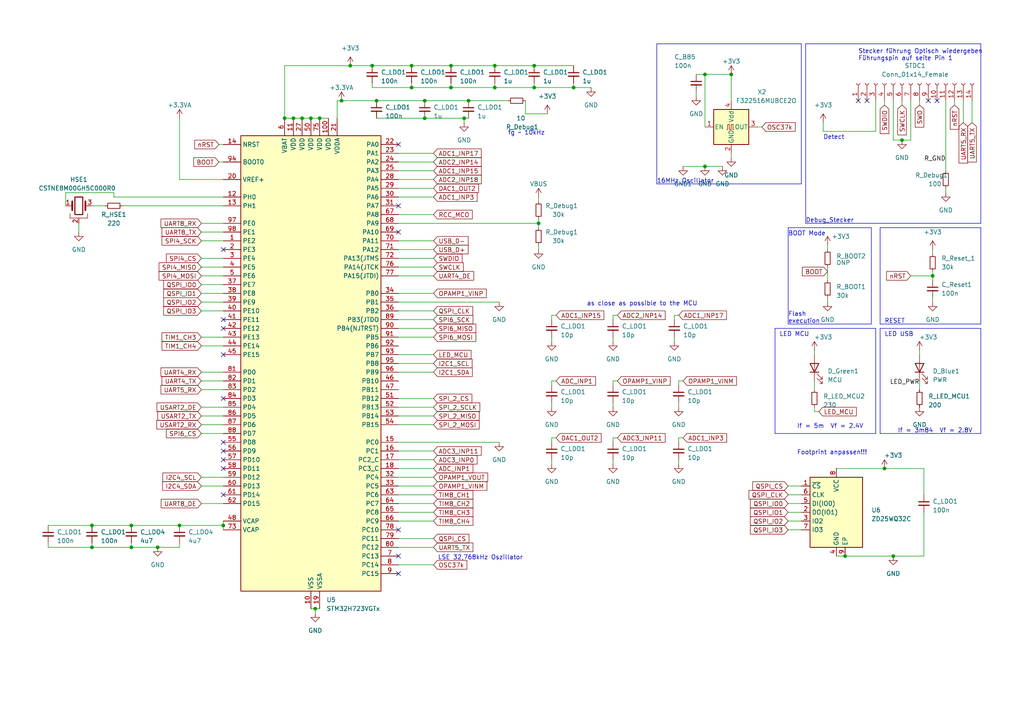
<source format=kicad_sch>
(kicad_sch (version 20230121) (generator eeschema)
  (paper "A4")
  (junction (at 45.72 158.75))
  (junction (at 91.44 176.53))
  (junction (at 154.94 19.05))
  (junction (at 245.11 161.29))
  (junction (at 119.38 25.4))
  (junction (at 85.09 34.29))
  (junction (at 156.21 64.77))
  (junction (at 204.47 21.59))
  (junction (at 135.89 29.21))
  (junction (at 26.67 158.75))
  (junction (at 204.47 48.26))
  (junction (at 119.38 19.05))
  (junction (at 256.54 135.89))
  (junction (at 270.51 80.01))
  (junction (at 259.08 161.29))
  (junction (at 123.19 34.29))
  (junction (at 38.1 152.4))
  (junction (at 109.22 29.21))
  (junction (at 64.77 152.4))
  (junction (at 143.51 25.4))
  (junction (at 123.19 29.21))
  (junction (at 166.37 25.4))
  (junction (at 130.81 19.05))
  (junction (at 101.6 19.05))
  (junction (at 99.06 29.21))
  (junction (at 92.71 34.29))
  (junction (at 154.94 25.4))
  (junction (at 134.62 34.29))
  (junction (at 212.09 21.59))
  (junction (at 261.62 40.64))
  (junction (at 90.17 34.29))
  (junction (at 87.63 34.29))
  (junction (at 52.07 152.4))
  (junction (at 82.55 34.29))
  (junction (at 26.67 152.4))
  (junction (at 143.51 19.05))
  (junction (at 107.95 19.05))
  (junction (at 130.81 25.4))
  (junction (at 38.1 158.75))
  (no_connect (at 115.57 67.31))
  (no_connect (at 64.77 143.51))
  (no_connect (at 269.24 29.21))
  (no_connect (at 115.57 161.29))
  (no_connect (at 251.46 29.21))
  (no_connect (at 64.77 92.71))
  (no_connect (at 115.57 59.69))
  (no_connect (at 64.77 115.57))
  (no_connect (at 64.77 102.87))
  (no_connect (at 64.77 95.25))
  (no_connect (at 64.77 130.81))
  (no_connect (at 115.57 153.67))
  (no_connect (at 115.57 41.91))
  (no_connect (at 64.77 72.39))
  (no_connect (at 64.77 133.35))
  (no_connect (at 64.77 128.27))
  (no_connect (at 248.92 29.21))
  (no_connect (at 271.78 29.21))
  (no_connect (at 115.57 166.37))
  (no_connect (at 64.77 135.89))
  (wire (pts (xy 196.85 127) (xy 198.12 127)))
  (wire (pts (xy 91.44 176.53) (xy 91.44 177.8)))
  (wire (pts (xy 58.42 85.09) (xy 64.77 85.09)))
  (wire (pts (xy 130.81 25.4) (xy 143.51 25.4)))
  (wire (pts (xy 115.57 138.43) (xy 125.73 138.43)))
  (wire (pts (xy 115.57 46.99) (xy 125.73 46.99)))
  (wire (pts (xy 160.02 110.49) (xy 161.29 110.49)))
  (wire (pts (xy 115.57 57.15) (xy 125.73 57.15)))
  (wire (pts (xy 58.42 118.11) (xy 64.77 118.11)))
  (wire (pts (xy 115.57 158.75) (xy 125.73 158.75)))
  (wire (pts (xy 115.57 77.47) (xy 125.73 77.47)))
  (wire (pts (xy 201.93 26.67) (xy 201.93 27.94)))
  (polyline (pts (xy 284.48 93.98) (xy 284.48 66.04)))
  (wire (pts (xy 196.85 110.49) (xy 196.85 111.76)))
  (wire (pts (xy 152.4 33.02) (xy 158.75 33.02)))
  (wire (pts (xy 115.57 120.65) (xy 125.73 120.65)))
  (wire (pts (xy 58.42 77.47) (xy 64.77 77.47)))
  (wire (pts (xy 242.57 135.89) (xy 256.54 135.89)))
  (wire (pts (xy 58.42 67.31) (xy 64.77 67.31)))
  (wire (pts (xy 13.97 158.75) (xy 26.67 158.75)))
  (wire (pts (xy 115.57 118.11) (xy 125.73 118.11)))
  (wire (pts (xy 160.02 91.44) (xy 160.02 92.71)))
  (polyline (pts (xy 233.68 64.77) (xy 233.68 12.7)))
  (wire (pts (xy 156.21 63.5) (xy 156.21 64.77)))
  (wire (pts (xy 270.51 87.63) (xy 270.51 86.36)))
  (polyline (pts (xy 284.48 95.25) (xy 284.48 125.73)))
  (polyline (pts (xy 255.27 66.04) (xy 255.27 93.98)))
  (wire (pts (xy 143.51 19.05) (xy 154.94 19.05)))
  (wire (pts (xy 101.6 19.05) (xy 107.95 19.05)))
  (wire (pts (xy 279.4 35.56) (xy 279.4 29.21)))
  (wire (pts (xy 13.97 157.48) (xy 13.97 158.75)))
  (wire (pts (xy 107.95 19.05) (xy 119.38 19.05)))
  (wire (pts (xy 228.6 153.67) (xy 232.41 153.67)))
  (wire (pts (xy 134.62 34.29) (xy 134.62 35.56)))
  (wire (pts (xy 228.6 148.59) (xy 232.41 148.59)))
  (wire (pts (xy 274.32 29.21) (xy 274.32 49.53)))
  (wire (pts (xy 58.42 110.49) (xy 64.77 110.49)))
  (wire (pts (xy 236.22 102.87) (xy 236.22 101.6)))
  (wire (pts (xy 195.58 91.44) (xy 196.85 91.44)))
  (wire (pts (xy 256.54 135.89) (xy 267.97 135.89)))
  (wire (pts (xy 242.57 161.29) (xy 245.11 161.29)))
  (wire (pts (xy 115.57 74.93) (xy 125.73 74.93)))
  (wire (pts (xy 64.77 151.13) (xy 64.77 152.4)))
  (wire (pts (xy 58.42 100.33) (xy 64.77 100.33)))
  (wire (pts (xy 154.94 24.13) (xy 154.94 25.4)))
  (wire (pts (xy 267.97 135.89) (xy 267.97 143.51)))
  (wire (pts (xy 58.42 74.93) (xy 64.77 74.93)))
  (wire (pts (xy 270.51 78.74) (xy 270.51 80.01)))
  (wire (pts (xy 212.09 21.59) (xy 212.09 29.21)))
  (wire (pts (xy 115.57 52.07) (xy 125.73 52.07)))
  (wire (pts (xy 119.38 25.4) (xy 119.38 24.13)))
  (wire (pts (xy 177.8 110.49) (xy 177.8 111.76)))
  (wire (pts (xy 236.22 119.38) (xy 237.49 119.38)))
  (wire (pts (xy 281.94 35.56) (xy 281.94 29.21)))
  (wire (pts (xy 261.62 30.48) (xy 261.62 29.21)))
  (wire (pts (xy 204.47 21.59) (xy 212.09 21.59)))
  (polyline (pts (xy 284.48 12.7) (xy 284.48 64.77)))
  (wire (pts (xy 196.85 127) (xy 196.85 128.27)))
  (wire (pts (xy 63.5 46.99) (xy 64.77 46.99)))
  (wire (pts (xy 212.09 44.45) (xy 212.09 45.72)))
  (wire (pts (xy 45.72 158.75) (xy 52.07 158.75)))
  (wire (pts (xy 115.57 107.95) (xy 125.73 107.95)))
  (polyline (pts (xy 224.79 95.25) (xy 224.79 125.73)))
  (wire (pts (xy 115.57 44.45) (xy 125.73 44.45)))
  (polyline (pts (xy 255.27 95.25) (xy 284.48 95.25)))
  (wire (pts (xy 130.81 24.13) (xy 130.81 25.4)))
  (wire (pts (xy 115.57 115.57) (xy 125.73 115.57)))
  (wire (pts (xy 204.47 21.59) (xy 204.47 36.83)))
  (wire (pts (xy 107.95 25.4) (xy 119.38 25.4)))
  (wire (pts (xy 245.11 161.29) (xy 259.08 161.29)))
  (wire (pts (xy 115.57 163.83) (xy 125.73 163.83)))
  (wire (pts (xy 166.37 25.4) (xy 171.45 25.4)))
  (wire (pts (xy 109.22 34.29) (xy 123.19 34.29)))
  (wire (pts (xy 166.37 25.4) (xy 166.37 24.13)))
  (wire (pts (xy 91.44 176.53) (xy 92.71 176.53)))
  (wire (pts (xy 276.86 30.48) (xy 276.86 29.21)))
  (wire (pts (xy 26.67 158.75) (xy 38.1 158.75)))
  (wire (pts (xy 115.57 64.77) (xy 156.21 64.77)))
  (wire (pts (xy 160.02 116.84) (xy 160.02 118.11)))
  (wire (pts (xy 109.22 29.21) (xy 123.19 29.21)))
  (wire (pts (xy 115.57 133.35) (xy 125.73 133.35)))
  (polyline (pts (xy 255.27 125.73) (xy 284.48 125.73)))
  (wire (pts (xy 92.71 34.29) (xy 95.25 34.29)))
  (wire (pts (xy 90.17 34.29) (xy 92.71 34.29)))
  (wire (pts (xy 115.57 80.01) (xy 125.73 80.01)))
  (wire (pts (xy 156.21 71.12) (xy 156.21 72.39)))
  (wire (pts (xy 236.22 119.38) (xy 236.22 118.11)))
  (wire (pts (xy 166.37 25.4) (xy 154.94 25.4)))
  (wire (pts (xy 107.95 25.4) (xy 107.95 24.13)))
  (wire (pts (xy 259.08 40.64) (xy 261.62 40.64)))
  (wire (pts (xy 160.02 133.35) (xy 160.02 134.62)))
  (wire (pts (xy 63.5 41.91) (xy 64.77 41.91)))
  (wire (pts (xy 177.8 127) (xy 177.8 128.27)))
  (polyline (pts (xy 224.79 95.25) (xy 254 95.25)))
  (wire (pts (xy 240.03 77.47) (xy 240.03 81.28)))
  (wire (pts (xy 123.19 34.29) (xy 134.62 34.29)))
  (wire (pts (xy 264.16 40.64) (xy 264.16 29.21)))
  (wire (pts (xy 115.57 135.89) (xy 125.73 135.89)))
  (wire (pts (xy 259.08 161.29) (xy 267.97 161.29)))
  (wire (pts (xy 115.57 69.85) (xy 125.73 69.85)))
  (wire (pts (xy 97.79 29.21) (xy 97.79 34.29)))
  (wire (pts (xy 115.57 87.63) (xy 144.78 87.63)))
  (wire (pts (xy 82.55 19.05) (xy 82.55 34.29)))
  (wire (pts (xy 256.54 30.48) (xy 256.54 29.21)))
  (wire (pts (xy 266.7 29.21) (xy 266.7 30.48)))
  (wire (pts (xy 115.57 140.97) (xy 125.73 140.97)))
  (wire (pts (xy 33.02 57.15) (xy 64.77 57.15)))
  (wire (pts (xy 160.02 127) (xy 161.29 127)))
  (polyline (pts (xy 254 95.25) (xy 254 125.73)))
  (polyline (pts (xy 255.27 66.04) (xy 284.48 66.04)))
  (wire (pts (xy 261.62 40.64) (xy 264.16 40.64)))
  (wire (pts (xy 143.51 25.4) (xy 143.51 24.13)))
  (polyline (pts (xy 255.27 93.98) (xy 284.48 93.98)))
  (wire (pts (xy 26.67 59.69) (xy 30.48 59.69)))
  (wire (pts (xy 97.79 29.21) (xy 99.06 29.21)))
  (wire (pts (xy 119.38 19.05) (xy 130.81 19.05)))
  (wire (pts (xy 160.02 110.49) (xy 160.02 111.76)))
  (wire (pts (xy 38.1 157.48) (xy 38.1 158.75)))
  (wire (pts (xy 115.57 146.05) (xy 125.73 146.05)))
  (wire (pts (xy 52.07 34.29) (xy 52.07 52.07)))
  (wire (pts (xy 177.8 97.79) (xy 177.8 99.06)))
  (wire (pts (xy 33.02 55.88) (xy 33.02 57.15)))
  (wire (pts (xy 58.42 90.17) (xy 64.77 90.17)))
  (wire (pts (xy 177.8 133.35) (xy 177.8 134.62)))
  (wire (pts (xy 115.57 62.23) (xy 125.73 62.23)))
  (wire (pts (xy 160.02 97.79) (xy 160.02 99.06)))
  (wire (pts (xy 115.57 92.71) (xy 125.73 92.71)))
  (wire (pts (xy 228.6 146.05) (xy 232.41 146.05)))
  (polyline (pts (xy 255.27 95.25) (xy 255.27 125.73)))
  (wire (pts (xy 26.67 152.4) (xy 38.1 152.4)))
  (wire (pts (xy 115.57 72.39) (xy 125.73 72.39)))
  (wire (pts (xy 228.6 143.51) (xy 232.41 143.51)))
  (wire (pts (xy 52.07 157.48) (xy 52.07 158.75)))
  (wire (pts (xy 254 38.1) (xy 238.76 38.1)))
  (wire (pts (xy 99.06 29.21) (xy 109.22 29.21)))
  (wire (pts (xy 195.58 91.44) (xy 195.58 92.71)))
  (wire (pts (xy 58.42 113.03) (xy 64.77 113.03)))
  (wire (pts (xy 204.47 48.26) (xy 209.55 48.26)))
  (wire (pts (xy 58.42 87.63) (xy 64.77 87.63)))
  (wire (pts (xy 35.56 59.69) (xy 64.77 59.69)))
  (wire (pts (xy 58.42 64.77) (xy 64.77 64.77)))
  (wire (pts (xy 85.09 34.29) (xy 87.63 34.29)))
  (wire (pts (xy 270.51 80.01) (xy 270.51 81.28)))
  (wire (pts (xy 240.03 71.12) (xy 240.03 72.39)))
  (polyline (pts (xy 284.48 64.77) (xy 233.68 64.77)))
  (wire (pts (xy 156.21 64.77) (xy 156.21 66.04)))
  (wire (pts (xy 264.16 80.01) (xy 270.51 80.01)))
  (wire (pts (xy 119.38 25.4) (xy 130.81 25.4)))
  (wire (pts (xy 26.67 157.48) (xy 26.67 158.75)))
  (wire (pts (xy 115.57 130.81) (xy 125.73 130.81)))
  (wire (pts (xy 64.77 152.4) (xy 64.77 153.67)))
  (wire (pts (xy 238.76 38.1) (xy 238.76 35.56)))
  (wire (pts (xy 87.63 34.29) (xy 90.17 34.29)))
  (wire (pts (xy 196.85 110.49) (xy 198.12 110.49)))
  (wire (pts (xy 90.17 176.53) (xy 91.44 176.53)))
  (wire (pts (xy 130.81 19.05) (xy 143.51 19.05)))
  (wire (pts (xy 236.22 113.03) (xy 236.22 110.49)))
  (wire (pts (xy 196.85 116.84) (xy 196.85 118.11)))
  (wire (pts (xy 58.42 123.19) (xy 64.77 123.19)))
  (wire (pts (xy 58.42 138.43) (xy 64.77 138.43)))
  (wire (pts (xy 259.08 29.21) (xy 259.08 40.64)))
  (wire (pts (xy 22.86 67.31) (xy 22.86 64.77)))
  (wire (pts (xy 198.12 48.26) (xy 204.47 48.26)))
  (wire (pts (xy 201.93 21.59) (xy 204.47 21.59)))
  (wire (pts (xy 115.57 105.41) (xy 125.73 105.41)))
  (wire (pts (xy 82.55 34.29) (xy 85.09 34.29)))
  (wire (pts (xy 58.42 80.01) (xy 64.77 80.01)))
  (wire (pts (xy 58.42 146.05) (xy 64.77 146.05)))
  (wire (pts (xy 115.57 128.27) (xy 144.78 128.27)))
  (wire (pts (xy 166.37 19.05) (xy 154.94 19.05)))
  (wire (pts (xy 177.8 127) (xy 179.07 127)))
  (wire (pts (xy 115.57 102.87) (xy 125.73 102.87)))
  (wire (pts (xy 152.4 29.21) (xy 152.4 33.02)))
  (wire (pts (xy 228.6 151.13) (xy 232.41 151.13)))
  (wire (pts (xy 19.05 55.88) (xy 33.02 55.88)))
  (wire (pts (xy 266.7 102.87) (xy 266.7 101.6)))
  (wire (pts (xy 195.58 97.79) (xy 195.58 99.06)))
  (wire (pts (xy 219.71 36.83) (xy 220.98 36.83)))
  (wire (pts (xy 115.57 151.13) (xy 125.73 151.13)))
  (wire (pts (xy 270.51 73.66) (xy 270.51 72.39)))
  (wire (pts (xy 115.57 54.61) (xy 125.73 54.61)))
  (wire (pts (xy 115.57 97.79) (xy 125.73 97.79)))
  (wire (pts (xy 177.8 116.84) (xy 177.8 118.11)))
  (wire (pts (xy 177.8 91.44) (xy 179.07 91.44)))
  (wire (pts (xy 267.97 148.59) (xy 267.97 161.29)))
  (polyline (pts (xy 224.79 125.73) (xy 254 125.73)))
  (wire (pts (xy 58.42 125.73) (xy 64.77 125.73)))
  (wire (pts (xy 115.57 85.09) (xy 125.73 85.09)))
  (wire (pts (xy 38.1 158.75) (xy 45.72 158.75)))
  (wire (pts (xy 52.07 52.07) (xy 64.77 52.07)))
  (wire (pts (xy 58.42 120.65) (xy 64.77 120.65)))
  (wire (pts (xy 115.57 90.17) (xy 125.73 90.17)))
  (wire (pts (xy 266.7 113.03) (xy 266.7 110.49)))
  (wire (pts (xy 58.42 97.79) (xy 64.77 97.79)))
  (wire (pts (xy 143.51 25.4) (xy 154.94 25.4)))
  (wire (pts (xy 38.1 152.4) (xy 52.07 152.4)))
  (wire (pts (xy 228.6 140.97) (xy 232.41 140.97)))
  (wire (pts (xy 115.57 143.51) (xy 125.73 143.51)))
  (wire (pts (xy 58.42 69.85) (xy 64.77 69.85)))
  (wire (pts (xy 160.02 127) (xy 160.02 128.27)))
  (wire (pts (xy 115.57 95.25) (xy 125.73 95.25)))
  (wire (pts (xy 58.42 82.55) (xy 64.77 82.55)))
  (wire (pts (xy 134.62 34.29) (xy 135.89 34.29)))
  (wire (pts (xy 177.8 110.49) (xy 179.07 110.49)))
  (polyline (pts (xy 233.68 12.7) (xy 284.48 12.7)))
  (wire (pts (xy 274.32 55.88) (xy 274.32 54.61)))
  (wire (pts (xy 13.97 152.4) (xy 26.67 152.4)))
  (wire (pts (xy 196.85 133.35) (xy 196.85 134.62)))
  (wire (pts (xy 177.8 91.44) (xy 177.8 92.71)))
  (wire (pts (xy 160.02 91.44) (xy 161.29 91.44)))
  (wire (pts (xy 156.21 57.15) (xy 156.21 58.42)))
  (wire (pts (xy 58.42 107.95) (xy 64.77 107.95)))
  (wire (pts (xy 240.03 86.36) (xy 240.03 87.63)))
  (wire (pts (xy 115.57 123.19) (xy 125.73 123.19)))
  (wire (pts (xy 58.42 140.97) (xy 64.77 140.97)))
  (wire (pts (xy 19.05 59.69) (xy 19.05 55.88)))
  (wire (pts (xy 115.57 156.21) (xy 125.73 156.21)))
  (wire (pts (xy 115.57 148.59) (xy 125.73 148.59)))
  (wire (pts (xy 254 29.21) (xy 254 38.1)))
  (wire (pts (xy 82.55 19.05) (xy 101.6 19.05)))
  (wire (pts (xy 115.57 49.53) (xy 125.73 49.53)))
  (wire (pts (xy 123.19 29.21) (xy 135.89 29.21)))
  (wire (pts (xy 52.07 152.4) (xy 64.77 152.4)))
  (wire (pts (xy 135.89 29.21) (xy 147.32 29.21)))
  (rectangle (start 228.6 66.04) (end 252.73 93.98))
  (rectangle (start 190.5 12.7) (end 232.41 53.34))
  (image (at -34.29 105.41) (scale 0.535621))
  (text "Stecker führung Optisch wiedergeben\nFührungspin auf seite Pin 1" (at 248.92 17.78 0) (effects (font (size 1.27 1.27)) (justify left bottom)))
  (text "16MHz Oscillator" (at 190.5 53.34 0) (effects (font (size 1.27 1.27)) (justify left bottom)))
  (text "LED USB" (at 256.54 97.79 0) (effects (font (size 1.27 1.27)) (justify left bottom)))
  (text "Debug_Stecker" (at 233.68 64.77 0) (effects (font (size 1.27 1.27)) (justify left bottom)))
  (text "If = 3m84  Vf = 2.8V" (at 260.35 125.73 0) (effects (font (size 1.27 1.27)) (justify left bottom)))
  (text "Detect\n" (at 238.76 40.64 0) (effects (font (size 1.27 1.27)) (justify left bottom)))
  (text "RESET" (at 256.54 93.98 0) (effects (font (size 1.27 1.27)) (justify left bottom)))
  (text "Flash\nexecution" (at 228.6 93.98 0) (effects (font (size 1.27 1.27)) (justify left bottom)))
  (text "BOOT Mode\n" (at 228.6 68.58 0) (effects (font (size 1.27 1.27)) (justify left bottom)))
  (text "LSE 32,768kHz Oszillator" (at 127 162.56 0) (effects (font (size 1.27 1.27)) (justify left bottom)))
  (text "If = 5m  Vf = 2.4V" (at 231.14 124.46 0) (effects (font (size 1.27 1.27)) (justify left bottom)))
  (text "as close as possible to the MCU" (at 170.18 88.9 0) (effects (font (size 1.27 1.27)) (justify left bottom)))
  (text "LED MCU" (at 226.06 97.79 0) (effects (font (size 1.27 1.27)) (justify left bottom)))
  (text "Footprint anpassen!!!" (at 231.14 132.08 0) (effects (font (size 1.27 1.27)) (justify left bottom)))
  (text "fg ~ 10kHz" (at 147.32 39.37 0) (effects (font (size 1.27 1.27)) (justify left bottom)))
  (label "R_GND" (at 274.32 46.99 180))
  (label "LED_PWR" (at 266.7 111.76 180))
  (global_label "nRST" (shape input) (at 264.16 80.01 180) (property "Intersheetrefs" "${INTERSHEET_REFS}" (effects hide)))
  (global_label "TIM8_CH3" (shape input) (at 125.73 148.59 0) (property "Intersheetrefs" "${INTERSHEET_REFS}" (effects hide)))
  (global_label "USART2_TX" (shape input) (at 58.42 120.65 180) (property "Intersheetrefs" "${INTERSHEET_REFS}" (effects hide)))
  (global_label "UART4_RX" (shape input) (at 58.42 107.95 180) (property "Intersheetrefs" "${INTERSHEET_REFS}" (effects hide)))
  (global_label "UART5_TX" (shape input) (at 281.94 35.56 270) (property "Intersheetrefs" "${INTERSHEET_REFS}" (effects hide)))
  (global_label "UART5_TX" (shape input) (at 125.73 158.75 0) (property "Intersheetrefs" "${INTERSHEET_REFS}" (effects hide)))
  (global_label "I2C1_SDA" (shape input) (at 125.73 107.95 0) (property "Intersheetrefs" "${INTERSHEET_REFS}" (effects hide)))
  (global_label "ADC2_INP14" (shape input) (at 179.07 91.44 0) (property "Intersheetrefs" "${INTERSHEET_REFS}" (effects hide)))
  (global_label "QSPI_IO1" (shape input) (at 228.6 148.59 180) (property "Intersheetrefs" "${INTERSHEET_REFS}" (effects hide)))
  (global_label "nRST" (shape input) (at 276.86 30.48 270) (property "Intersheetrefs" "${INTERSHEET_REFS}" (effects hide)))
  (global_label "UART5_RX" (shape input) (at 279.4 35.56 270) (property "Intersheetrefs" "${INTERSHEET_REFS}" (effects hide)))
  (global_label "OPAMP1_VINP" (shape input) (at 125.73 85.09 0) (property "Intersheetrefs" "${INTERSHEET_REFS}" (effects hide)))
  (global_label "QSPI_IO2" (shape input) (at 58.42 87.63 180) (property "Intersheetrefs" "${INTERSHEET_REFS}" (effects hide)))
  (global_label "ADC2_INP14" (shape input) (at 125.73 46.99 0) (property "Intersheetrefs" "${INTERSHEET_REFS}" (effects hide)))
  (global_label "SWDIO" (shape input) (at 125.73 74.93 0) (property "Intersheetrefs" "${INTERSHEET_REFS}" (effects hide)))
  (global_label "TIM8_CH4" (shape input) (at 125.73 151.13 0) (property "Intersheetrefs" "${INTERSHEET_REFS}" (effects hide)))
  (global_label "SPI6_CS" (shape input) (at 58.42 125.73 180) (property "Intersheetrefs" "${INTERSHEET_REFS}" (effects hide)))
  (global_label "I2C4_SDA" (shape input) (at 58.42 140.97 180) (property "Intersheetrefs" "${INTERSHEET_REFS}" (effects hide)))
  (global_label "UART8_DE" (shape input) (at 58.42 146.05 180) (property "Intersheetrefs" "${INTERSHEET_REFS}" (effects hide)))
  (global_label "ADC1_INP3" (shape input) (at 198.12 127 0) (property "Intersheetrefs" "${INTERSHEET_REFS}" (effects hide)))
  (global_label "TIM1_CH3" (shape input) (at 58.42 97.79 180) (property "Intersheetrefs" "${INTERSHEET_REFS}" (effects hide)))
  (global_label "USART2_DE" (shape input) (at 58.42 118.11 180) (property "Intersheetrefs" "${INTERSHEET_REFS}" (effects hide)))
  (global_label "SWDIO" (shape input) (at 256.54 30.48 270) (property "Intersheetrefs" "${INTERSHEET_REFS}" (effects hide)))
  (global_label "OPAMP1_VINM" (shape input) (at 198.12 110.49 0) (property "Intersheetrefs" "${INTERSHEET_REFS}" (effects hide)))
  (global_label "SPI4_MOSI" (shape input) (at 58.42 80.01 180) (property "Intersheetrefs" "${INTERSHEET_REFS}" (effects hide)))
  (global_label "ADC1_INP15" (shape input) (at 125.73 49.53 0) (property "Intersheetrefs" "${INTERSHEET_REFS}" (effects hide)))
  (global_label "ADC3_INP0" (shape input) (at 125.73 133.35 0) (property "Intersheetrefs" "${INTERSHEET_REFS}" (effects hide)))
  (global_label "TIM8_CH2" (shape input) (at 125.73 146.05 0) (property "Intersheetrefs" "${INTERSHEET_REFS}" (effects hide)))
  (global_label "ADC1_INP17" (shape input) (at 125.73 44.45 0) (property "Intersheetrefs" "${INTERSHEET_REFS}" (effects hide)))
  (global_label "OPAMP1_VINM" (shape input) (at 125.73 140.97 0) (property "Intersheetrefs" "${INTERSHEET_REFS}" (effects hide)))
  (global_label "USART2_RX" (shape input) (at 58.42 123.19 180) (property "Intersheetrefs" "${INTERSHEET_REFS}" (effects hide)))
  (global_label "SPI_2_MOSI" (shape input) (at 125.73 123.19 0) (property "Intersheetrefs" "${INTERSHEET_REFS}" (effects hide)))
  (global_label "OPAMP1_VOUT" (shape input) (at 125.73 138.43 0) (property "Intersheetrefs" "${INTERSHEET_REFS}" (effects hide)))
  (global_label "I2C4_SCL" (shape input) (at 58.42 138.43 180) (property "Intersheetrefs" "${INTERSHEET_REFS}" (effects hide)))
  (global_label "ADC_INP1" (shape input) (at 125.73 135.89 0) (property "Intersheetrefs" "${INTERSHEET_REFS}" (effects hide)))
  (global_label "I2C1_SCL" (shape input) (at 125.73 105.41 0) (property "Intersheetrefs" "${INTERSHEET_REFS}" (effects hide)))
  (global_label "SWCLK" (shape input) (at 125.73 77.47 0) (property "Intersheetrefs" "${INTERSHEET_REFS}" (effects hide)))
  (global_label "ADC2_INP18" (shape input) (at 125.73 52.07 0) (property "Intersheetrefs" "${INTERSHEET_REFS}" (effects hide)))
  (global_label "OSC37k" (shape input) (at 220.98 36.83 0) (property "Intersheetrefs" "${INTERSHEET_REFS}" (effects hide)))
  (global_label "ADC3_INP11" (shape input) (at 125.73 130.81 0) (property "Intersheetrefs" "${INTERSHEET_REFS}" (effects hide)))
  (global_label "ADC_INP1" (shape input) (at 161.29 110.49 0) (property "Intersheetrefs" "${INTERSHEET_REFS}" (effects hide)))
  (global_label "OSC37k" (shape input) (at 125.73 163.83 0) (property "Intersheetrefs" "${INTERSHEET_REFS}" (effects hide)))
  (global_label "SPI6_MISO" (shape input) (at 125.73 95.25 0) (property "Intersheetrefs" "${INTERSHEET_REFS}" (effects hide)))
  (global_label "SPI6_MOSI" (shape input) (at 125.73 97.79 0) (property "Intersheetrefs" "${INTERSHEET_REFS}" (effects hide)))
  (global_label "QSPI_IO1" (shape input) (at 58.42 85.09 180) (property "Intersheetrefs" "${INTERSHEET_REFS}" (effects hide)))
  (global_label "QSPI_IO3" (shape input) (at 58.42 90.17 180) (property "Intersheetrefs" "${INTERSHEET_REFS}" (effects hide)))
  (global_label "SPI6_SCK" (shape input) (at 125.73 92.71 0) (property "Intersheetrefs" "${INTERSHEET_REFS}" (effects hide)))
  (global_label "USB_D-" (shape input) (at 125.73 69.85 0) (property "Intersheetrefs" "${INTERSHEET_REFS}" (effects hide)))
  (global_label "nRST" (shape input) (at 63.5 41.91 180) (property "Intersheetrefs" "${INTERSHEET_REFS}" (effects hide)))
  (global_label "UART4_DE" (shape input) (at 125.73 80.01 0) (property "Intersheetrefs" "${INTERSHEET_REFS}" (effects hide)))
  (global_label "QSPI_CS" (shape input) (at 228.6 140.97 180) (property "Intersheetrefs" "${INTERSHEET_REFS}" (effects hide)))
  (global_label "RCC_MCO" (shape input) (at 125.73 62.23 0) (property "Intersheetrefs" "${INTERSHEET_REFS}" (effects hide)))
  (global_label "BOOT" (shape input) (at 240.03 78.74 180) (property "Intersheetrefs" "${INTERSHEET_REFS}" (effects hide)))
  (global_label "SPI4_SCK" (shape input) (at 58.42 69.85 180) (property "Intersheetrefs" "${INTERSHEET_REFS}" (effects hide)))
  (global_label "UART8_TX" (shape input) (at 58.42 67.31 180) (property "Intersheetrefs" "${INTERSHEET_REFS}" (effects hide)))
  (global_label "SPI4_CS" (shape input) (at 58.42 74.93 180) (property "Intersheetrefs" "${INTERSHEET_REFS}" (effects hide)))
  (global_label "SWCLK" (shape input) (at 261.62 30.48 270) (property "Intersheetrefs" "${INTERSHEET_REFS}" (effects hide)))
  (global_label "SPI4_MISO" (shape input) (at 58.42 77.47 180) (property "Intersheetrefs" "${INTERSHEET_REFS}" (effects hide)))
  (global_label "ADC1_INP3" (shape input) (at 125.73 57.15 0) (property "Intersheetrefs" "${INTERSHEET_REFS}" (effects hide)))
  (global_label "QSPI_CS" (shape input) (at 125.73 156.21 0) (property "Intersheetrefs" "${INTERSHEET_REFS}" (effects hide)))
  (global_label "LED_MCU" (shape input) (at 237.49 119.38 0) (property "Intersheetrefs" "${INTERSHEET_REFS}" (effects hide)))
  (global_label "TIM1_CH4" (shape input) (at 58.42 100.33 180) (property "Intersheetrefs" "${INTERSHEET_REFS}" (effects hide)))
  (global_label "ADC1_INP17" (shape input) (at 196.85 91.44 0) (property "Intersheetrefs" "${INTERSHEET_REFS}" (effects hide)))
  (global_label "USB_D+" (shape input) (at 125.73 72.39 0) (property "Intersheetrefs" "${INTERSHEET_REFS}" (effects hide)))
  (global_label "QSPI_IO0" (shape input) (at 58.42 82.55 180) (property "Intersheetrefs" "${INTERSHEET_REFS}" (effects hide)))
  (global_label "TIM8_CH1" (shape input) (at 125.73 143.51 0) (property "Intersheetrefs" "${INTERSHEET_REFS}" (effects hide)))
  (global_label "LED_MCU" (shape input) (at 125.73 102.87 0) (property "Intersheetrefs" "${INTERSHEET_REFS}" (effects hide)))
  (global_label "DAC1_OUT2" (shape input) (at 125.73 54.61 0) (property "Intersheetrefs" "${INTERSHEET_REFS}" (effects hide)))
  (global_label "SPI_2_SCLK" (shape input) (at 125.73 118.11 0) (property "Intersheetrefs" "${INTERSHEET_REFS}" (effects hide)))
  (global_label "BOOT" (shape input) (at 63.5 46.99 180) (property "Intersheetrefs" "${INTERSHEET_REFS}" (effects hide)))
  (global_label "SWO" (shape input) (at 266.7 30.48 270) (property "Intersheetrefs" "${INTERSHEET_REFS}" (effects hide)))
  (global_label "QSPI_IO2" (shape input) (at 228.6 151.13 180) (property "Intersheetrefs" "${INTERSHEET_REFS}" (effects hide)))
  (global_label "ADC1_INP15" (shape input) (at 161.29 91.44 0) (property "Intersheetrefs" "${INTERSHEET_REFS}" (effects hide)))
  (global_label "SPI_2_CS" (shape input) (at 125.73 115.57 0) (property "Intersheetrefs" "${INTERSHEET_REFS}" (effects hide)))
  (global_label "UART5_RX" (shape input) (at 58.42 113.03 180) (property "Intersheetrefs" "${INTERSHEET_REFS}" (effects hide)))
  (global_label "ADC3_INP11" (shape input) (at 179.07 127 0) (property "Intersheetrefs" "${INTERSHEET_REFS}" (effects hide)))
  (global_label "DAC1_OUT2" (shape input) (at 161.29 127 0) (property "Intersheetrefs" "${INTERSHEET_REFS}" (effects hide)))
  (global_label "UART4_TX" (shape input) (at 58.42 110.49 180) (property "Intersheetrefs" "${INTERSHEET_REFS}" (effects hide)))
  (global_label "QSPI_IO3" (shape input) (at 228.6 153.67 180) (property "Intersheetrefs" "${INTERSHEET_REFS}" (effects hide)))
  (global_label "OPAMP1_VINP" (shape input) (at 179.07 110.49 0) (property "Intersheetrefs" "${INTERSHEET_REFS}" (effects hide)))
  (global_label "UART8_RX" (shape input) (at 58.42 64.77 180) (property "Intersheetrefs" "${INTERSHEET_REFS}" (effects hide)))
  (global_label "QSPI_IO0" (shape input) (at 228.6 146.05 180) (property "Intersheetrefs" "${INTERSHEET_REFS}" (effects hide)))
  (global_label "QSPI_CLK" (shape input) (at 125.73 90.17 0) (property "Intersheetrefs" "${INTERSHEET_REFS}" (effects hide)))
  (global_label "QSPI_CLK" (shape input) (at 228.6 143.51 180) (property "Intersheetrefs" "${INTERSHEET_REFS}" (effects hide)))
  (global_label "SPI_2_MISO" (shape input) (at 125.73 120.65 0) (property "Intersheetrefs" "${INTERSHEET_REFS}" (effects hide)))
  (symbol (lib_id "Device:C_Small") (at 143.51 21.59 0) (unit 1)
    (property "Reference" "C_LDO1" (at 146.05 20.9613 0) (effects (justify left)))
    (property "Value" "1u" (at 146.05 23.5013 0) (effects (justify left)))
    (property "Footprint" "Capacitor_SMD:C_0201_0603Metric" (effects hide))
    (instances (project "USB_CAN" (path "" (reference "C_LDO1") (unit 1))) (project "AHRS" (path "" (reference "C_LDO6") (unit 1))) (project "MCU_Board" (path "" (reference "C_LDO2") (unit 1)) (path "" (reference "C_MCU2") (unit 1))) (project "UNI_Projekt" (path "" (reference "C_Reset1") (unit 1))) (project "MCU_Board_V2" (path "" (reference "C_LDO13") (unit 1))) (project "MCU" (path "" (reference "C_LDO1") (unit 1))) (project "Servo_Steuerung" (path "" (reference "C_Reset1") (unit 1)) (path "" (reference "C_Reset1") (unit 1))))
  )
  (symbol (lib_id "Device:R_Small") (at 33.02 59.69 270) (unit 1)
    (property "Reference" "R_HSE1" (at 33.02 62.23 90))
    (property "Value" "220" (at 33.02 64.77 90))
    (property "Footprint" "Resistor_SMD:R_0402_1005Metric" (effects hide))
  )
  (symbol (lib_id "power:+3.3V") (at 266.7 101.6 0) (unit 1)
    (property "Reference" "#PWR04" (effects hide))
    (property "Value" "+3.3V" (at 269.24 97.79 0))
    (instances (project "USB_CAN" (path "" (reference "#PWR04") (unit 1))) (project "AHRS" (path "" (reference "#PWR011") (unit 1))) (project "MCU_Board" (path "" (reference "#PWR017") (unit 1))) (project "UNI_Projekt" (path "" (reference "#PWR024") (unit 1))) (project "MCU_Board_V2" (path "" (reference "#PWR020") (unit 1))) (project "Servo_Steuerung" (path "" (reference "#PWR028") (unit 1)) (path "" (reference "#PWR028") (unit 1))))
  )
  (symbol (lib_id "Device:C_Small") (at 177.8 130.81 0) (unit 1)
    (property "Reference" "C_LDO1" (at 180.34 130.1813 0) (effects (justify left)))
    (property "Value" "10p" (at 180.34 132.7213 0) (effects (justify left)))
    (property "Footprint" "Capacitor_SMD:C_0201_0603Metric" (effects hide))
    (instances (project "USB_CAN" (path "" (reference "C_LDO1") (unit 1))) (project "AHRS" (path "" (reference "C_LDO4") (unit 1))) (project "MCU_Board" (path "" (reference "C_LDO2") (unit 1)) (path "" (reference "C_MCU1") (unit 1))) (project "UNI_Projekt" (path "" (reference "C_Reset1") (unit 1))) (project "MCU_Board_V2" (path "" (reference "C_ADC3_IN11") (unit 1))) (project "MCU" (path "" (reference "C_LDO1") (unit 1))) (project "Servo_Steuerung" (path "" (reference "C_Reset1") (unit 1)) (path "" (reference "C_Reset1") (unit 1))))
  )
  (symbol (lib_id "power:+3.3V") (at 101.6 19.05 0) (unit 1)
    (property "Reference" "#PWR02" (effects hide))
    (property "Value" "+3.3V" (at 101.6 13.97 0))
    (instances (project "USB_CAN" (path "" (reference "#PWR02") (unit 1))) (project "AHRS" (path "" (reference "#PWR04") (unit 1))) (project "MCU_Board" (path "" (reference "#PWR013") (unit 1)) (path "" (reference "#PWR04") (unit 1))) (project "UNI_Projekt" (path "" (reference "#PWR021") (unit 1))) (project "MCU_Board_V2" (path "" (reference "#PWR09") (unit 1))) (project "MCU" (path "" (reference "#PWR02") (unit 1))) (project "Servo_Steuerung" (path "" (reference "#PWR025") (unit 1)) (path "" (reference "#PWR025") (unit 1))))
  )
  (symbol (lib_id "Device:C_Small") (at 160.02 95.25 0) (unit 1)
    (property "Reference" "C_LDO1" (at 162.56 94.6213 0) (effects (justify left)))
    (property "Value" "10p" (at 162.56 97.1613 0) (effects (justify left)))
    (property "Footprint" "Capacitor_SMD:C_0201_0603Metric" (effects hide))
    (instances (project "USB_CAN" (path "" (reference "C_LDO1") (unit 1))) (project "AHRS" (path "" (reference "C_LDO4") (unit 1))) (project "MCU_Board" (path "" (reference "C_LDO2") (unit 1)) (path "" (reference "C_MCU1") (unit 1))) (project "UNI_Projekt" (path "" (reference "C_Reset1") (unit 1))) (project "MCU_Board_V2" (path "" (reference "C_ADC1_IN15") (unit 1))) (project "MCU" (path "" (reference "C_LDO1") (unit 1))) (project "Servo_Steuerung" (path "" (reference "C_Reset1") (unit 1)) (path "" (reference "C_Reset1") (unit 1))))
  )
  (symbol (lib_id "Device:C_Small") (at 109.22 31.75 0) (unit 1)
    (property "Reference" "C_LDO1" (at 111.76 31.1213 0) (effects (justify left)))
    (property "Value" "100n" (at 111.76 33.6613 0) (effects (justify left)))
    (property "Footprint" "Capacitor_SMD:C_0201_0603Metric" (effects hide))
    (instances (project "USB_CAN" (path "" (reference "C_LDO1") (unit 1))) (project "AHRS" (path "" (reference "C_LDO14") (unit 1))) (project "MCU_Board" (path "" (reference "C_LDO2") (unit 1)) (path "" (reference "C_MCU3") (unit 1))) (project "UNI_Projekt" (path "" (reference "C_Reset1") (unit 1))) (project "MCU_Board_V2" (path "" (reference "C_LDO12") (unit 1))) (project "MCU" (path "" (reference "C_LDO1") (unit 1))) (project "Servo_Steuerung" (path "" (reference "C_Reset1") (unit 1)) (path "" (reference "C_Reset1") (unit 1))))
  )
  (symbol (lib_id "Device:C_Small") (at 135.89 31.75 0) (unit 1)
    (property "Reference" "C_LDO1" (at 138.43 31.1213 0) (effects (justify left)))
    (property "Value" "1u" (at 138.43 33.6613 0) (effects (justify left)))
    (property "Footprint" "Capacitor_SMD:C_0201_0603Metric" (effects hide))
    (instances (project "USB_CAN" (path "" (reference "C_LDO1") (unit 1))) (project "AHRS" (path "" (reference "C_LDO9") (unit 1))) (project "MCU_Board" (path "" (reference "C_LDO2") (unit 1)) (path "" (reference "C_MCU6") (unit 1))) (project "UNI_Projekt" (path "" (reference "C_Reset1") (unit 1))) (project "MCU_Board_V2" (path "" (reference "C_LDO18") (unit 1))) (project "MCU" (path "" (reference "C_LDO1") (unit 1))) (project "Servo_Steuerung" (path "" (reference "C_Reset1") (unit 1)) (path "" (reference "C_Reset1") (unit 1))))
  )
  (symbol (lib_id "Device:R_Small") (at 266.7 115.57 0) (unit 1)
    (property "Reference" "R_LED_MCU1" (at 269.24 114.935 0) (effects (justify left)))
    (property "Value" "200" (at 269.24 117.475 0) (effects (justify left)))
    (property "Footprint" "Resistor_SMD:R_0402_1005Metric" (effects hide))
    (instances (project "USB_CAN" (path "" (reference "R_LED_MCU1") (unit 1))) (project "AHRS" (path "" (reference "R_LED_MCU2") (unit 1))) (project "MCU_Board" (path "" (reference "R_LED_MCU2") (unit 1))) (project "UNI_Projekt" (path "" (reference "R_LED_MCU1") (unit 1))) (project "MCU_Board_V2" (path "" (reference "R_LED_MCU2") (unit 1))) (project "Servo_Steuerung" (path "" (reference "R_LED_MCU1") (unit 1)) (path "" (reference "R_LED_MCU1") (unit 1))))
  )
  (symbol (lib_id "power:+3.3V") (at 256.54 135.89 0) (unit 1)
    (property "Reference" "#PWR018" (effects hide))
    (property "Value" "+3.3V" (at 259.08 132.08 0))
    (instances (project "USB_CAN" (path "" (reference "#PWR018") (unit 1))) (project "AHRS" (path "" (reference "#PWR06") (unit 1))) (project "MCU_Board" (path "" (reference "#PWR012") (unit 1))) (project "UNI_Projekt" (path "" (reference "#PWR024") (unit 1))) (project "MCU_Board_V2" (path "" (reference "#PWR03") (unit 1))) (project "Servo_Steuerung" (path "" (reference "#PWR028") (unit 1)) (path "" (reference "#PWR028") (unit 1))))
  )
  (symbol (lib_id "power:GND") (at 212.09 45.72 0) (unit 1)
    (property "Reference" "#PWR048" (effects hide))
    (property "Value" "GND" (at 212.09 50.8 0))
    (instances (project "FPGA-test" (path "" (reference "#PWR048") (unit 1)) (path "" (reference "#PWR074") (unit 1)) (path "" (reference "#PWR071") (unit 1))) (project "MCU_Board_V2" (path "" (reference "#PWR028") (unit 1))) (project "FPGA" (path "" (reference "#PWR048") (unit 1))))
  )
  (symbol (lib_id "Device:R_Small") (at 240.03 83.82 0) (unit 1)
    (property "Reference" "R_BOOT1" (at 242.57 83.185 0) (effects (justify left)))
    (property "Value" "30k" (at 242.57 85.725 0) (effects (justify left)))
    (property "Footprint" "Resistor_SMD:R_0402_1005Metric" (effects hide))
    (instances (project "USB_CAN" (path "" (reference "R_BOOT1") (unit 1))) (project "AHRS" (path "" (reference "R_BOOT2") (unit 1))) (project "MCU_Board" (path "" (reference "R_BOOT2") (unit 1))) (project "UNI_Projekt" (path "" (reference "R_LED_MCU1") (unit 1))) (project "MCU_Board_V2" (path "" (reference "R_BOOT2") (unit 1))) (project "Servo_Steuerung" (path "" (reference "R_LED_MCU1") (unit 1)) (path "" (reference "R_LED_MCU1") (unit 1))))
  )
  (symbol (lib_id "Device:C_Small") (at 160.02 114.3 0) (unit 1)
    (property "Reference" "C_LDO1" (at 162.56 113.6713 0) (effects (justify left)))
    (property "Value" "10p" (at 162.56 116.2113 0) (effects (justify left)))
    (property "Footprint" "Capacitor_SMD:C_0201_0603Metric" (effects hide))
    (instances (project "USB_CAN" (path "" (reference "C_LDO1") (unit 1))) (project "AHRS" (path "" (reference "C_LDO4") (unit 1))) (project "MCU_Board" (path "" (reference "C_LDO2") (unit 1)) (path "" (reference "C_MCU1") (unit 1))) (project "UNI_Projekt" (path "" (reference "C_Reset1") (unit 1))) (project "MCU_Board_V2" (path "" (reference "C_ADC3_IN1") (unit 1))) (project "MCU" (path "" (reference "C_LDO1") (unit 1))) (project "Servo_Steuerung" (path "" (reference "C_Reset1") (unit 1)) (path "" (reference "C_Reset1") (unit 1))))
  )
  (symbol (lib_id "Device:LED") (at 236.22 106.68 90) (unit 1)
    (property "Reference" "D_Green1" (at 240.03 107.6325 90) (effects (justify right)))
    (property "Value" "MCU" (at 240.03 110.1725 90) (effects (justify right)))
    (property "Footprint" "LED_SMD:LED_0603_1608Metric" (effects hide))
    (instances (project "USB_CAN" (path "" (reference "D_Green1") (unit 1))) (project "AHRS" (path "" (reference "D_Green1") (unit 1))) (project "MCU_Board" (path "" (reference "D_Green1") (unit 1))) (project "UNI_Projekt" (path "" (reference "D_MCU1") (unit 1))) (project "MCU_Board_V2" (path "" (reference "D_Green1") (unit 1))) (project "Servo_Steuerung" (path "" (reference "D_MCU1") (unit 1)) (path "" (reference "D_MCU1") (unit 1))))
  )
  (symbol (lib_id "power:GND") (at 201.93 27.94 0) (unit 1)
    (property "Reference" "#PWR048" (effects hide))
    (property "Value" "GND" (at 201.93 33.02 0))
    (instances (project "FPGA-test" (path "" (reference "#PWR048") (unit 1)) (path "" (reference "#PWR069") (unit 1)) (path "" (reference "#PWR069") (unit 1))) (project "MCU_Board_V2" (path "" (reference "#PWR026") (unit 1))) (project "FPGA" (path "" (reference "#PWR048") (unit 1))))
  )
  (symbol (lib_id "power:GND") (at 259.08 161.29 0) (unit 1)
    (property "Reference" "#PWR06" (effects hide))
    (property "Value" "GND" (at 259.08 166.37 0))
    (instances (project "USB_CAN" (path "" (reference "#PWR06") (unit 1))) (project "AHRS" (path "" (reference "#PWR012") (unit 1))) (project "MCU_Board" (path "" (reference "#PWR021") (unit 1))) (project "UNI_Projekt" (path "" (reference "#PWR026") (unit 1))) (project "MCU_Board_V2" (path "" (reference "#PWR04") (unit 1))) (project "Servo_Steuerung" (path "" (reference "#PWR060") (unit 1)) (path "" (reference "#PWR030") (unit 1))))
  )
  (symbol (lib_id "Device:R_Small") (at 270.51 76.2 0) (unit 1)
    (property "Reference" "R_Reset_1" (at 273.05 74.9299 0) (effects (justify left)))
    (property "Value" "30k" (at 273.05 77.4699 0) (effects (justify left)))
    (property "Footprint" "Resistor_SMD:R_0402_1005Metric" (effects hide))
  )
  (symbol (lib_id "Device:C_Small") (at 13.97 154.94 0) (unit 1)
    (property "Reference" "C_LDO1" (at 16.51 154.3113 0) (effects (justify left)))
    (property "Value" "100n" (at 16.51 156.8513 0) (effects (justify left)))
    (property "Footprint" "Capacitor_SMD:C_0201_0603Metric" (effects hide))
    (instances (project "USB_CAN" (path "" (reference "C_LDO1") (unit 1))) (project "AHRS" (path "" (reference "C_LDO1") (unit 1))) (project "MCU_Board" (path "" (reference "C_LDO2") (unit 1)) (path "" (reference "C_LDO1") (unit 1))) (project "UNI_Projekt" (path "" (reference "C_Reset1") (unit 1))) (project "MCU_Board_V2" (path "" (reference "C_LDO16") (unit 1))) (project "MCU" (path "" (reference "C_LDO1") (unit 1))) (project "Servo_Steuerung" (path "" (reference "C_Reset1") (unit 1)) (path "" (reference "C_Reset1") (unit 1))))
  )
  (symbol (lib_id "Device:C_Small") (at 52.07 154.94 0) (unit 1)
    (property "Reference" "C_LDO4" (at 54.61 154.3113 0) (effects (justify left)))
    (property "Value" "4u7" (at 54.61 156.8513 0) (effects (justify left)))
    (property "Footprint" "Capacitor_SMD:C_0201_0603Metric" (effects hide))
    (instances (project "USB_CAN" (path "" (reference "C_LDO4") (unit 1))) (project "AHRS" (path "" (reference "C_LDO3") (unit 1))) (project "MCU_Board" (path "" (reference "C_LDO4") (unit 1)) (path "" (reference "C_LDO_in1") (unit 1))) (project "UNI_Projekt" (path "" (reference "C_Reset1") (unit 1))) (project "MCU_Board_V2" (path "" (reference "C_LDO7") (unit 1))) (project "MCU" (path "" (reference "C_LDO4") (unit 1))) (project "Servo_Steuerung" (path "" (reference "C_Reset1") (unit 1)) (path "" (reference "C_Reset1") (unit 1))))
  )
  (symbol (lib_id "Device:C_Small") (at 26.67 154.94 0) (unit 1)
    (property "Reference" "C_LDO1" (at 29.21 154.3113 0) (effects (justify left)))
    (property "Value" "100n" (at 29.21 156.8513 0) (effects (justify left)))
    (property "Footprint" "Capacitor_SMD:C_0201_0603Metric" (effects hide))
    (instances (project "USB_CAN" (path "" (reference "C_LDO1") (unit 1))) (project "AHRS" (path "" (reference "C_LDO1") (unit 1))) (project "MCU_Board" (path "" (reference "C_LDO2") (unit 1)) (path "" (reference "C_LDO1") (unit 1))) (project "UNI_Projekt" (path "" (reference "C_Reset1") (unit 1))) (project "MCU_Board_V2" (path "" (reference "C_LDO5") (unit 1))) (project "MCU" (path "" (reference "C_LDO1") (unit 1))) (project "Servo_Steuerung" (path "" (reference "C_Reset1") (unit 1)) (path "" (reference "C_Reset1") (unit 1))))
  )
  (symbol (lib_id "Device:C_Small") (at 38.1 154.94 0) (unit 1)
    (property "Reference" "C_LDO4" (at 40.64 154.3113 0) (effects (justify left)))
    (property "Value" "4u7" (at 40.64 156.8513 0) (effects (justify left)))
    (property "Footprint" "Capacitor_SMD:C_0201_0603Metric" (effects hide))
    (instances (project "USB_CAN" (path "" (reference "C_LDO4") (unit 1))) (project "AHRS" (path "" (reference "C_LDO2") (unit 1))) (project "MCU_Board" (path "" (reference "C_LDO4") (unit 1)) (path "" (reference "C_LDO_in2") (unit 1))) (project "UNI_Projekt" (path "" (reference "C_Reset1") (unit 1))) (project "MCU_Board_V2" (path "" (reference "C_LDO6") (unit 1))) (project "MCU" (path "" (reference "C_LDO4") (unit 1))) (project "Servo_Steuerung" (path "" (reference "C_Reset1") (unit 1)) (path "" (reference "C_Reset1") (unit 1))))
  )
  (symbol (lib_id "power:+3.3VA") (at 99.06 29.21 0) (unit 1)
    (property "Reference" "#PWR01" (effects hide))
    (property "Value" "+3.3VA" (at 99.06 25.4 0))
  )
  (symbol (lib_id "Device:R_Small") (at 236.22 115.57 0) (unit 1)
    (property "Reference" "R_LED_MCU2" (at 238.76 114.935 0) (effects (justify left)))
    (property "Value" "230" (at 238.76 117.475 0) (effects (justify left)))
    (property "Footprint" "Resistor_SMD:R_0402_1005Metric" (effects hide))
    (instances (project "USB_CAN" (path "" (reference "R_LED_MCU2") (unit 1))) (project "AHRS" (path "" (reference "R_LED_MCU1") (unit 1))) (project "MCU_Board" (path "" (reference "R_LED_MCU1") (unit 1))) (project "UNI_Projekt" (path "" (reference "R_LED_MCU1") (unit 1))) (project "MCU_Board_V2" (path "" (reference "R_LED_MCU1") (unit 1))) (project "Servo_Steuerung" (path "" (reference "R_LED_MCU1") (unit 1)) (path "" (reference "R_LED_MCU1") (unit 1))))
  )
  (symbol (lib_id "Device:R_Small") (at 156.21 68.58 180) (unit 1)
    (property "Reference" "R_Debug1" (at 167.64 67.31 0) (effects (justify left)))
    (property "Value" "30k" (at 163.83 69.85 0) (effects (justify left)))
    (property "Footprint" "Resistor_SMD:R_0402_1005Metric" (effects hide))
    (instances (project "USB_CAN" (path "" (reference "R_Debug1") (unit 1))) (project "AHRS" (path "" (reference "R_Debug1") (unit 1))) (project "MCU_Board" (path "" (reference "R_Debug1") (unit 1))) (project "UNI_Projekt" (path "" (reference "R_Debug1") (unit 1))) (project "MCU_Board_V2" (path "" (reference "R_VBUS2") (unit 1))) (project "Servo_Steuerung" (path "" (reference "R_Debug1") (unit 1)) (path "" (reference "R_Debug1") (unit 1))))
  )
  (symbol (lib_id "power:GND") (at 160.02 99.06 0) (unit 1)
    (property "Reference" "#PWR012" (effects hide))
    (property "Value" "GND" (at 160.02 104.14 0))
    (instances (project "USB_CAN" (path "" (reference "#PWR012") (unit 1))) (project "AHRS" (path "" (reference "#PWR05") (unit 1))) (project "MCU_Board" (path "" (reference "#PWR08") (unit 1)) (path "" (reference "#PWR05") (unit 1))) (project "UNI_Projekt" (path "" (reference "#PWR059") (unit 1))) (project "Sensoren_Kommunikation" (path "" (reference "#PWR060") (unit 1))) (project "MCU Geregelter Tiefsetzsteller" (path "" (reference "#PWR086") (unit 1))) (project "MCU_Board_V2" (path "" (reference "#PWR043") (unit 1))) (project "MCU" (path "" (reference "#PWR012") (unit 1))) (project "Connector" (path "" (reference "#PWR060") (unit 1))) (project "Servo_Steuerung" (path "" (reference "#PWR060") (unit 1)) (path "" (reference "#PWR03") (unit 1)) (path "" (reference "#PWR031") (unit 1))))
  )
  (symbol (lib_id "power:GND") (at 45.72 158.75 0) (unit 1)
    (property "Reference" "#PWR012" (effects hide))
    (property "Value" "GND" (at 45.72 163.83 0))
    (instances (project "USB_CAN" (path "" (reference "#PWR012") (unit 1))) (project "AHRS" (path "" (reference "#PWR02") (unit 1))) (project "MCU_Board" (path "" (reference "#PWR08") (unit 1)) (path "" (reference "#PWR022") (unit 1))) (project "UNI_Projekt" (path "" (reference "#PWR059") (unit 1))) (project "Sensoren_Kommunikation" (path "" (reference "#PWR060") (unit 1))) (project "MCU Geregelter Tiefsetzsteller" (path "" (reference "#PWR086") (unit 1))) (project "MCU_Board_V2" (path "" (reference "#PWR07") (unit 1))) (project "MCU" (path "" (reference "#PWR012") (unit 1))) (project "Connector" (path "" (reference "#PWR060") (unit 1))) (project "Servo_Steuerung" (path "" (reference "#PWR060") (unit 1)) (path "" (reference "#PWR03") (unit 1)) (path "" (reference "#PWR031") (unit 1))))
  )
  (symbol (lib_id "Device:C_Small") (at 270.51 83.82 0) (unit 1)
    (property "Reference" "C_Reset1" (at 273.05 82.5562 0) (effects (justify left)))
    (property "Value" "100n" (at 273.05 85.0962 0) (effects (justify left)))
    (property "Footprint" "Capacitor_SMD:C_0402_1005Metric" (effects hide))
  )
  (symbol (lib_id "power:GND1") (at 198.12 48.26 0) (unit 1)
    (property "Reference" "#PWR0125" (effects hide))
    (property "Value" "GND1" (at 198.12 53.34 0))
    (instances (project "AHRS" (path "" (reference "#PWR0125") (unit 1))) (project "MCU_Board_V2" (path "" (reference "#PWR012") (unit 1))))
  )
  (symbol (lib_id "MCU_ST_STM32H7:STM32H723VGTx") (at 90.17 105.41 0) (unit 1)
    (property "Reference" "U5" (at 94.6659 173.99 0) (effects (justify left)))
    (property "Value" "STM32H723VGTx" (at 94.6659 176.53 0) (effects (justify left)))
    (property "Footprint" "Package_QFP:LQFP-100_14x14mm_P0.5mm" (effects hide))
    (property "Datasheet" "https://www.st.com/resource/en/datasheet/stm32h723vg.pdf" (effects hide))
  )
  (symbol (lib_id "Device:C_Small") (at 107.95 21.59 0) (unit 1)
    (property "Reference" "C_LDO1" (at 110.49 20.9613 0) (effects (justify left)))
    (property "Value" "100n" (at 110.49 23.5013 0) (effects (justify left)))
    (property "Footprint" "Capacitor_SMD:C_0201_0603Metric" (effects hide))
    (instances (project "USB_CAN" (path "" (reference "C_LDO1") (unit 1))) (project "AHRS" (path "" (reference "C_LDO4") (unit 1))) (project "MCU_Board" (path "" (reference "C_LDO2") (unit 1)) (path "" (reference "C_MCU1") (unit 1))) (project "UNI_Projekt" (path "" (reference "C_Reset1") (unit 1))) (project "MCU_Board_V2" (path "" (reference "C_LDO8") (unit 1))) (project "MCU" (path "" (reference "C_LDO1") (unit 1))) (project "Servo_Steuerung" (path "" (reference "C_Reset1") (unit 1)) (path "" (reference "C_Reset1") (unit 1))))
  )
  (symbol (lib_id "Device:C_Small") (at 123.19 31.75 0) (unit 1)
    (property "Reference" "C_LDO1" (at 125.73 31.1213 0) (effects (justify left)))
    (property "Value" "1u" (at 125.73 33.6613 0) (effects (justify left)))
    (property "Footprint" "Capacitor_SMD:C_0201_0603Metric" (effects hide))
    (instances (project "USB_CAN" (path "" (reference "C_LDO1") (unit 1))) (project "AHRS" (path "" (reference "C_LDO9") (unit 1))) (project "MCU_Board" (path "" (reference "C_LDO2") (unit 1)) (path "" (reference "C_MCU6") (unit 1))) (project "UNI_Projekt" (path "" (reference "C_Reset1") (unit 1))) (project "MCU_Board_V2" (path "" (reference "C_LDO9") (unit 1))) (project "MCU" (path "" (reference "C_LDO1") (unit 1))) (project "Servo_Steuerung" (path "" (reference "C_Reset1") (unit 1)) (path "" (reference "C_Reset1") (unit 1))))
  )
  (symbol (lib_id "power:GND") (at 270.51 87.63 0) (unit 1)
    (property "Reference" "#PWR06" (effects hide))
    (property "Value" "GND" (at 270.51 92.71 0))
    (instances (project "USB_CAN" (path "" (reference "#PWR06") (unit 1))) (project "AHRS" (path "" (reference "#PWR014") (unit 1))) (project "MCU_Board" (path "" (reference "#PWR019") (unit 1))) (project "UNI_Projekt" (path "" (reference "#PWR026") (unit 1))) (project "MCU_Board_V2" (path "" (reference "#PWR023") (unit 1))) (project "Servo_Steuerung" (path "" (reference "#PWR060") (unit 1)) (path "" (reference "#PWR030") (unit 1))))
  )
  (symbol (lib_id "power:GND") (at 144.78 87.63 0) (unit 1)
    (property "Reference" "#PWR012" (effects hide))
    (property "Value" "GND" (at 144.78 92.71 0))
    (instances (project "USB_CAN" (path "" (reference "#PWR012") (unit 1))) (project "AHRS" (path "" (reference "#PWR05") (unit 1))) (project "MCU_Board" (path "" (reference "#PWR08") (unit 1)) (path "" (reference "#PWR05") (unit 1))) (project "UNI_Projekt" (path "" (reference "#PWR059") (unit 1))) (project "Sensoren_Kommunikation" (path "" (reference "#PWR060") (unit 1))) (project "MCU Geregelter Tiefsetzsteller" (path "" (reference "#PWR086") (unit 1))) (project "MCU_Board_V2" (path "" (reference "#PWR038") (unit 1))) (project "MCU" (path "" (reference "#PWR012") (unit 1))) (project "Connector" (path "" (reference "#PWR060") (unit 1))) (project "Servo_Steuerung" (path "" (reference "#PWR060") (unit 1)) (path "" (reference "#PWR03") (unit 1)) (path "" (reference "#PWR031") (unit 1))))
  )
  (symbol (lib_id "power:+3.3V") (at 270.51 72.39 0) (unit 1)
    (property "Reference" "#PWR05" (effects hide))
    (property "Value" "+3.3V" (at 270.51 67.31 0))
    (instances (project "USB_CAN" (path "" (reference "#PWR05") (unit 1))) (project "AHRS" (path "" (reference "#PWR013") (unit 1))) (project "MCU_Board" (path "" (reference "#PWR018") (unit 1))) (project "UNI_Projekt" (path "" (reference "#PWR025") (unit 1))) (project "MCU_Board_V2" (path "" (reference "#PWR022") (unit 1))) (project "Servo_Steuerung" (path "" (reference "#PWR029") (unit 1)) (path "" (reference "#PWR029") (unit 1))))
  )
  (symbol (lib_id "power:GND") (at 134.62 35.56 0) (unit 1)
    (property "Reference" "#PWR012" (effects hide))
    (property "Value" "GND" (at 134.62 40.64 0))
    (instances (project "USB_CAN" (path "" (reference "#PWR012") (unit 1))) (project "AHRS" (path "" (reference "#PWR05") (unit 1))) (project "MCU_Board" (path "" (reference "#PWR08") (unit 1)) (path "" (reference "#PWR05") (unit 1))) (project "UNI_Projekt" (path "" (reference "#PWR059") (unit 1))) (project "Sensoren_Kommunikation" (path "" (reference "#PWR060") (unit 1))) (project "MCU Geregelter Tiefsetzsteller" (path "" (reference "#PWR086") (unit 1))) (project "MCU_Board_V2" (path "" (reference "#PWR010") (unit 1))) (project "MCU" (path "" (reference "#PWR012") (unit 1))) (project "Connector" (path "" (reference "#PWR060") (unit 1))) (project "Servo_Steuerung" (path "" (reference "#PWR060") (unit 1)) (path "" (reference "#PWR03") (unit 1)) (path "" (reference "#PWR031") (unit 1))))
  )
  (symbol (lib_id "power:GND") (at 240.03 87.63 0) (unit 1)
    (property "Reference" "#PWR020" (effects hide))
    (property "Value" "GND" (at 240.03 92.71 0))
    (instances (project "USB_CAN" (path "" (reference "#PWR020") (unit 1))) (project "AHRS" (path "" (reference "#PWR09") (unit 1))) (project "MCU_Board" (path "" (reference "#PWR015") (unit 1))) (project "UNI_Projekt" (path "" (reference "#PWR026") (unit 1))) (project "MCU_Board_V2" (path "" (reference "#PWR018") (unit 1))) (project "Servo_Steuerung" (path "" (reference "#PWR060") (unit 1)) (path "" (reference "#PWR030") (unit 1))))
  )
  (symbol (lib_id "power:+3.3VA") (at 52.07 34.29 0) (unit 1)
    (property "Reference" "#PWR02" (effects hide))
    (property "Value" "+3.3VA" (at 52.07 30.48 0))
  )
  (symbol (lib_id "power:+3.3V") (at 236.22 101.6 0) (unit 1)
    (property "Reference" "#PWR018" (effects hide))
    (property "Value" "+3.3V" (at 238.76 97.79 0))
    (instances (project "USB_CAN" (path "" (reference "#PWR018") (unit 1))) (project "AHRS" (path "" (reference "#PWR06") (unit 1))) (project "MCU_Board" (path "" (reference "#PWR012") (unit 1))) (project "UNI_Projekt" (path "" (reference "#PWR024") (unit 1))) (project "MCU_Board_V2" (path "" (reference "#PWR015") (unit 1))) (project "Servo_Steuerung" (path "" (reference "#PWR028") (unit 1)) (path "" (reference "#PWR028") (unit 1))))
  )
  (symbol (lib_id "power:GND") (at 91.44 177.8 0) (unit 1)
    (property "Reference" "#PWR012" (effects hide))
    (property "Value" "GND" (at 91.44 182.88 0))
    (instances (project "USB_CAN" (path "" (reference "#PWR012") (unit 1))) (project "AHRS" (path "" (reference "#PWR03") (unit 1))) (project "MCU_Board" (path "" (reference "#PWR08") (unit 1)) (path "" (reference "#PWR03") (unit 1))) (project "UNI_Projekt" (path "" (reference "#PWR059") (unit 1))) (project "Sensoren_Kommunikation" (path "" (reference "#PWR060") (unit 1))) (project "MCU Geregelter Tiefsetzsteller" (path "" (reference "#PWR086") (unit 1))) (project "MCU_Board_V2" (path "" (reference "#PWR08") (unit 1))) (project "MCU" (path "" (reference "#PWR012") (unit 1))) (project "Connector" (path "" (reference "#PWR060") (unit 1))) (project "Servo_Steuerung" (path "" (reference "#PWR060") (unit 1)) (path "" (reference "#PWR03") (unit 1)) (path "" (reference "#PWR031") (unit 1))))
  )
  (symbol (lib_id "power:+3.3V") (at 212.09 21.59 0) (unit 1)
    (property "Reference" "#PWR026" (effects hide))
    (property "Value" "+3.3V" (at 212.09 17.78 0))
    (instances (project "FPGA-test" (path "" (reference "#PWR026") (unit 1)) (path "" (reference "#PWR070") (unit 1)) (path "" (reference "#PWR070") (unit 1))) (project "MCU_Board_V2" (path "" (reference "#PWR027") (unit 1))) (project "FPGA" (path "" (reference "#PWR026") (unit 1))))
  )
  (symbol (lib_id "power:GND") (at 195.58 99.06 0) (unit 1)
    (property "Reference" "#PWR012" (effects hide))
    (property "Value" "GND" (at 195.58 104.14 0))
    (instances (project "USB_CAN" (path "" (reference "#PWR012") (unit 1))) (project "AHRS" (path "" (reference "#PWR05") (unit 1))) (project "MCU_Board" (path "" (reference "#PWR08") (unit 1)) (path "" (reference "#PWR05") (unit 1))) (project "UNI_Projekt" (path "" (reference "#PWR059") (unit 1))) (project "Sensoren_Kommunikation" (path "" (reference "#PWR060") (unit 1))) (project "MCU Geregelter Tiefsetzsteller" (path "" (reference "#PWR086") (unit 1))) (project "MCU_Board_V2" (path "" (reference "#PWR069") (unit 1))) (project "MCU" (path "" (reference "#PWR012") (unit 1))) (project "Connector" (path "" (reference "#PWR060") (unit 1))) (project "Servo_Steuerung" (path "" (reference "#PWR060") (unit 1)) (path "" (reference "#PWR03") (unit 1)) (path "" (reference "#PWR031") (unit 1))))
  )
  (symbol (lib_id "Connector:Conn_01x14_Female") (at 264.16 24.13 90) (unit 1)
    (property "Reference" "STDC1" (at 265.43 19.05 90))
    (property "Value" "Conn_01x14_Female" (at 265.43 21.59 90))
    (property "Footprint" "Connector_PinHeader_1.27mm:PinHeader_2x07_P1.27mm_Vertical" (effects hide))
  )
  (symbol (lib_id "power:GND") (at 266.7 118.11 0) (unit 1)
    (property "Reference" "#PWR06" (effects hide))
    (property "Value" "GND" (at 266.7 123.19 0))
    (instances (project "USB_CAN" (path "" (reference "#PWR06") (unit 1))) (project "AHRS" (path "" (reference "#PWR012") (unit 1))) (project "MCU_Board" (path "" (reference "#PWR021") (unit 1))) (project "UNI_Projekt" (path "" (reference "#PWR026") (unit 1))) (project "MCU_Board_V2" (path "" (reference "#PWR021") (unit 1))) (project "Servo_Steuerung" (path "" (reference "#PWR060") (unit 1)) (path "" (reference "#PWR030") (unit 1))))
  )
  (symbol (lib_id "Device:C_Small") (at 160.02 130.81 0) (unit 1)
    (property "Reference" "C_LDO1" (at 162.56 130.1813 0) (effects (justify left)))
    (property "Value" "10p" (at 162.56 132.7213 0) (effects (justify left)))
    (property "Footprint" "Capacitor_SMD:C_0201_0603Metric" (effects hide))
    (instances (project "USB_CAN" (path "" (reference "C_LDO1") (unit 1))) (project "AHRS" (path "" (reference "C_LDO4") (unit 1))) (project "MCU_Board" (path "" (reference "C_LDO2") (unit 1)) (path "" (reference "C_MCU1") (unit 1))) (project "UNI_Projekt" (path "" (reference "C_Reset1") (unit 1))) (project "MCU_Board_V2" (path "" (reference "C_DAC1_OUT1") (unit 1))) (project "MCU" (path "" (reference "C_LDO1") (unit 1))) (project "Servo_Steuerung" (path "" (reference "C_Reset1") (unit 1)) (path "" (reference "C_Reset1") (unit 1))))
  )
  (symbol (lib_id "Device:C_Small") (at 196.85 114.3 0) (unit 1)
    (property "Reference" "C_LDO1" (at 199.39 113.6713 0) (effects (justify left)))
    (property "Value" "10p" (at 199.39 116.2113 0) (effects (justify left)))
    (property "Footprint" "Capacitor_SMD:C_0201_0603Metric" (effects hide))
    (instances (project "USB_CAN" (path "" (reference "C_LDO1") (unit 1))) (project "AHRS" (path "" (reference "C_LDO4") (unit 1))) (project "MCU_Board" (path "" (reference "C_LDO2") (unit 1)) (path "" (reference "C_MCU1") (unit 1))) (project "UNI_Projekt" (path "" (reference "C_Reset1") (unit 1))) (project "MCU_Board_V2" (path "" (reference "C_OP_VINM1") (unit 1))) (project "MCU" (path "" (reference "C_LDO1") (unit 1))) (project "Servo_Steuerung" (path "" (reference "C_Reset1") (unit 1)) (path "" (reference "C_Reset1") (unit 1))))
  )
  (symbol (lib_id "power:GND") (at 204.47 48.26 0) (unit 1)
    (property "Reference" "#PWR012" (effects hide))
    (property "Value" "GND" (at 204.47 53.34 0))
    (instances (project "USB_CAN" (path "" (reference "#PWR012") (unit 1))) (project "AHRS" (path "" (reference "#PWR0124") (unit 1))) (project "MCU_Board" (path "" (reference "#PWR08") (unit 1)) (path "" (reference "#PWR03") (unit 1))) (project "UNI_Projekt" (path "" (reference "#PWR059") (unit 1))) (project "Sensoren_Kommunikation" (path "" (reference "#PWR060") (unit 1))) (project "MCU Geregelter Tiefsetzsteller" (path "" (reference "#PWR086") (unit 1))) (project "MCU_Board_V2" (path "" (reference "#PWR013") (unit 1))) (project "MCU" (path "" (reference "#PWR012") (unit 1))) (project "Connector" (path "" (reference "#PWR060") (unit 1))) (project "Servo_Steuerung" (path "" (reference "#PWR060") (unit 1)) (path "" (reference "#PWR03") (unit 1)) (path "" (reference "#PWR031") (unit 1))))
  )
  (symbol (lib_id "power:GND") (at 261.62 40.64 0) (unit 1)
    (property "Reference" "#PWR03" (effects hide))
    (property "Value" "GND" (at 261.62 45.72 0))
    (instances (project "USB_CAN" (path "" (reference "#PWR03") (unit 1))) (project "AHRS" (path "" (reference "#PWR010") (unit 1))) (project "MCU_Board" (path "" (reference "#PWR016") (unit 1))) (project "UNI_Projekt" (path "" (reference "#PWR023") (unit 1))) (project "MCU_Board_V2" (path "" (reference "#PWR019") (unit 1))) (project "Servo_Steuerung" (path "" (reference "#PWR060") (unit 1)) (path "" (reference "#PWR051") (unit 1))))
  )
  (symbol (lib_id "power:GND") (at 144.78 128.27 0) (unit 1)
    (property "Reference" "#PWR012" (effects hide))
    (property "Value" "GND" (at 144.78 133.35 0))
    (instances (project "USB_CAN" (path "" (reference "#PWR012") (unit 1))) (project "AHRS" (path "" (reference "#PWR03") (unit 1))) (project "MCU_Board" (path "" (reference "#PWR08") (unit 1)) (path "" (reference "#PWR03") (unit 1))) (project "UNI_Projekt" (path "" (reference "#PWR059") (unit 1))) (project "Sensoren_Kommunikation" (path "" (reference "#PWR060") (unit 1))) (project "MCU Geregelter Tiefsetzsteller" (path "" (reference "#PWR086") (unit 1))) (project "MCU_Board_V2" (path "" (reference "#PWR037") (unit 1))) (project "MCU" (path "" (reference "#PWR012") (unit 1))) (project "Connector" (path "" (reference "#PWR060") (unit 1))) (project "Servo_Steuerung" (path "" (reference "#PWR060") (unit 1)) (path "" (reference "#PWR03") (unit 1)) (path "" (reference "#PWR031") (unit 1))))
  )
  (symbol (lib_id "power:+3.3V") (at 238.76 35.56 0) (unit 1)
    (property "Reference" "#PWR02" (effects hide))
    (property "Value" "+3.3V" (at 238.76 30.48 0))
    (instances (project "USB_CAN" (path "" (reference "#PWR02") (unit 1))) (project "AHRS" (path "" (reference "#PWR07") (unit 1))) (project "MCU_Board" (path "" (reference "#PWR013") (unit 1))) (project "UNI_Projekt" (path "" (reference "#PWR021") (unit 1))) (project "MCU_Board_V2" (path "" (reference "#PWR016") (unit 1))) (project "Servo_Steuerung" (path "" (reference "#PWR025") (unit 1)) (path "" (reference "#PWR025") (unit 1))))
  )
  (symbol (lib_id "Device:C_Small") (at 267.97 146.05 0) (unit 1)
    (property "Reference" "C_LDO1" (at 270.51 145.4213 0) (effects (justify left)))
    (property "Value" "100n" (at 270.51 147.9613 0) (effects (justify left)))
    (property "Footprint" "Capacitor_SMD:C_0201_0603Metric" (effects hide))
    (instances (project "USB_CAN" (path "" (reference "C_LDO1") (unit 1))) (project "AHRS" (path "" (reference "C_LDO4") (unit 1))) (project "MCU_Board" (path "" (reference "C_LDO2") (unit 1)) (path "" (reference "C_MCU1") (unit 1))) (project "UNI_Projekt" (path "" (reference "C_Reset1") (unit 1))) (project "MCU_Board_V2" (path "" (reference "C_LDO17") (unit 1))) (project "MCU" (path "" (reference "C_LDO1") (unit 1))) (project "Servo_Steuerung" (path "" (reference "C_Reset1") (unit 1)) (path "" (reference "C_Reset1") (unit 1))))
  )
  (symbol (lib_id "Device:R_Small") (at 156.21 60.96 180) (unit 1)
    (property "Reference" "R_Debug1" (at 167.64 59.69 0) (effects (justify left)))
    (property "Value" "30k" (at 163.83 62.23 0) (effects (justify left)))
    (property "Footprint" "Resistor_SMD:R_0402_1005Metric" (effects hide))
    (instances (project "USB_CAN" (path "" (reference "R_Debug1") (unit 1))) (project "AHRS" (path "" (reference "R_Debug1") (unit 1))) (project "MCU_Board" (path "" (reference "R_Debug1") (unit 1))) (project "UNI_Projekt" (path "" (reference "R_Debug1") (unit 1))) (project "MCU_Board_V2" (path "" (reference "R_VBUS1") (unit 1))) (project "Servo_Steuerung" (path "" (reference "R_Debug1") (unit 1)) (path "" (reference "R_Debug1") (unit 1))))
  )
  (symbol (lib_id "Device:R_Small") (at 240.03 74.93 0) (unit 1)
    (property "Reference" "R_BOOT2" (at 242.57 74.295 0) (effects (justify left)))
    (property "Value" "DNP" (at 242.57 76.2 0) (effects (justify left)))
    (property "Footprint" "Resistor_SMD:R_0402_1005Metric" (effects hide))
    (instances (project "USB_CAN" (path "" (reference "R_BOOT2") (unit 1))) (project "AHRS" (path "" (reference "R_BOOT1") (unit 1))) (project "MCU_Board" (path "" (reference "R_BOOT1") (unit 1))) (project "UNI_Projekt" (path "" (reference "R_LED_MCU1") (unit 1))) (project "MCU_Board_V2" (path "" (reference "R_BOOT1") (unit 1))) (project "Servo_Steuerung" (path "" (reference "R_LED_MCU1") (unit 1)) (path "" (reference "R_LED_MCU1") (unit 1))))
  )
  (symbol (lib_id "Device:C_Small") (at 166.37 21.59 0) (unit 1)
    (property "Reference" "C_LDO1" (at 168.91 20.9613 0) (effects (justify left)))
    (property "Value" "1u" (at 168.91 23.5013 0) (effects (justify left)))
    (property "Footprint" "Capacitor_SMD:C_0201_0603Metric" (effects hide))
    (instances (project "USB_CAN" (path "" (reference "C_LDO1") (unit 1))) (project "AHRS" (path "" (reference "C_LDO8") (unit 1))) (project "MCU_Board" (path "" (reference "C_LDO2") (unit 1)) (path "" (reference "C_MCU5") (unit 1))) (project "UNI_Projekt" (path "" (reference "C_Reset1") (unit 1))) (project "MCU_Board_V2" (path "" (reference "C_LDO15") (unit 1))) (project "MCU" (path "" (reference "C_LDO1") (unit 1))) (project "Servo_Steuerung" (path "" (reference "C_Reset1") (unit 1)) (path "" (reference "C_Reset1") (unit 1))))
  )
  (symbol (lib_id "Oscillator:ASE-xxxMHz") (at 212.09 36.83 0) (unit 1)
    (property "Reference" "X2" (at 220.98 26.67 0))
    (property "Value" "F322516MUBCE2O" (at 222.25 29.21 0))
    (property "Footprint" "Oscillator:Oscillator_SMD_Abracon_ASE-4Pin_3.2x2.5mm" (effects hide))
    (property "Datasheet" "https://www.lcsc.com/product-detail/Oscillators_TAE-Zhejiang-Abel-Elec-F322512MUBCE2O_C5917306.html" (effects hide))
    (instances (project "FPGA-test" (path "" (reference "X2") (unit 1)) (path "" (reference "X2") (unit 1))) (project "MCU_Board_V2" (path "" (reference "X1") (unit 1))) (project "FPGA" (path "" (reference "X2") (unit 1))))
  )
  (symbol (lib_id "Device:C_Small") (at 177.8 114.3 0) (unit 1)
    (property "Reference" "C_LDO1" (at 180.34 113.6713 0) (effects (justify left)))
    (property "Value" "10p" (at 180.34 116.2113 0) (effects (justify left)))
    (property "Footprint" "Capacitor_SMD:C_0201_0603Metric" (effects hide))
    (instances (project "USB_CAN" (path "" (reference "C_LDO1") (unit 1))) (project "AHRS" (path "" (reference "C_LDO4") (unit 1))) (project "MCU_Board" (path "" (reference "C_LDO2") (unit 1)) (path "" (reference "C_MCU1") (unit 1))) (project "UNI_Projekt" (path "" (reference "C_Reset1") (unit 1))) (project "MCU_Board_V2" (path "" (reference "C_OP_VINP1") (unit 1))) (project "MCU" (path "" (reference "C_LDO1") (unit 1))) (project "Servo_Steuerung" (path "" (reference "C_Reset1") (unit 1)) (path "" (reference "C_Reset1") (unit 1))))
  )
  (symbol (lib_id "power:GND") (at 196.85 118.11 0) (unit 1)
    (property "Reference" "#PWR012" (effects hide))
    (property "Value" "GND" (at 196.85 123.19 0))
    (instances (project "USB_CAN" (path "" (reference "#PWR012") (unit 1))) (project "AHRS" (path "" (reference "#PWR05") (unit 1))) (project "MCU_Board" (path "" (reference "#PWR08") (unit 1)) (path "" (reference "#PWR05") (unit 1))) (project "UNI_Projekt" (path "" (reference "#PWR059") (unit 1))) (project "Sensoren_Kommunikation" (path "" (reference "#PWR060") (unit 1))) (project "MCU Geregelter Tiefsetzsteller" (path "" (reference "#PWR086") (unit 1))) (project "MCU_Board_V2" (path "" (reference "#PWR076") (unit 1))) (project "MCU" (path "" (reference "#PWR012") (unit 1))) (project "Connector" (path "" (reference "#PWR060") (unit 1))) (project "Servo_Steuerung" (path "" (reference "#PWR060") (unit 1)) (path "" (reference "#PWR03") (unit 1)) (path "" (reference "#PWR031") (unit 1))))
  )
  (symbol (lib_id "power:GND") (at 160.02 118.11 0) (unit 1)
    (property "Reference" "#PWR012" (effects hide))
    (property "Value" "GND" (at 160.02 123.19 0))
    (instances (project "USB_CAN" (path "" (reference "#PWR012") (unit 1))) (project "AHRS" (path "" (reference "#PWR05") (unit 1))) (project "MCU_Board" (path "" (reference "#PWR08") (unit 1)) (path "" (reference "#PWR05") (unit 1))) (project "UNI_Projekt" (path "" (reference "#PWR059") (unit 1))) (project "Sensoren_Kommunikation" (path "" (reference "#PWR060") (unit 1))) (project "MCU Geregelter Tiefsetzsteller" (path "" (reference "#PWR086") (unit 1))) (project "MCU_Board_V2" (path "" (reference "#PWR070") (unit 1))) (project "MCU" (path "" (reference "#PWR012") (unit 1))) (project "Connector" (path "" (reference "#PWR060") (unit 1))) (project "Servo_Steuerung" (path "" (reference "#PWR060") (unit 1)) (path "" (reference "#PWR03") (unit 1)) (path "" (reference "#PWR031") (unit 1))))
  )
  (symbol (lib_id "power:GND") (at 274.32 55.88 0) (unit 1)
    (property "Reference" "#PWR07" (effects hide))
    (property "Value" "GND" (at 274.32 60.96 0))
    (instances (project "USB_CAN" (path "" (reference "#PWR07") (unit 1))) (project "AHRS" (path "" (reference "#PWR015") (unit 1))) (project "MCU_Board" (path "" (reference "#PWR020") (unit 1))) (project "UNI_Projekt" (path "" (reference "#PWR027") (unit 1))) (project "MCU_Board_V2" (path "" (reference "#PWR024") (unit 1))) (project "Servo_Steuerung" (path "" (reference "#PWR060") (unit 1)) (path "" (reference "#PWR027") (unit 1))))
  )
  (symbol (lib_id "power:GND") (at 171.45 25.4 0) (unit 1)
    (property "Reference" "#PWR012" (effects hide))
    (property "Value" "GND" (at 171.45 30.48 0))
    (instances (project "USB_CAN" (path "" (reference "#PWR012") (unit 1))) (project "AHRS" (path "" (reference "#PWR05") (unit 1))) (project "MCU_Board" (path "" (reference "#PWR08") (unit 1)) (path "" (reference "#PWR05") (unit 1))) (project "UNI_Projekt" (path "" (reference "#PWR059") (unit 1))) (project "Sensoren_Kommunikation" (path "" (reference "#PWR060") (unit 1))) (project "MCU Geregelter Tiefsetzsteller" (path "" (reference "#PWR086") (unit 1))) (project "MCU_Board_V2" (path "" (reference "#PWR011") (unit 1))) (project "MCU" (path "" (reference "#PWR012") (unit 1))) (project "Connector" (path "" (reference "#PWR060") (unit 1))) (project "Servo_Steuerung" (path "" (reference "#PWR060") (unit 1)) (path "" (reference "#PWR03") (unit 1)) (path "" (reference "#PWR031") (unit 1))))
  )
  (symbol (lib_id "Device:LED") (at 266.7 106.68 90) (unit 1)
    (property "Reference" "D_Blue1" (at 270.51 107.6325 90) (effects (justify right)))
    (property "Value" "PWR" (at 270.51 110.1725 90) (effects (justify right)))
    (property "Footprint" "LED_SMD:LED_0603_1608Metric" (effects hide))
    (instances (project "USB_CAN" (path "" (reference "D_Blue1") (unit 1))) (project "AHRS" (path "" (reference "D_Blue1") (unit 1))) (project "MCU_Board" (path "" (reference "D_Blue1") (unit 1))) (project "UNI_Projekt" (path "" (reference "D_MCU1") (unit 1))) (project "MCU_Board_V2" (path "" (reference "D_Blue1") (unit 1))) (project "Servo_Steuerung" (path "" (reference "D_MCU1") (unit 1)) (path "" (reference "D_MCU1") (unit 1))))
  )
  (symbol (lib_id "power:GND") (at 22.86 67.31 0) (unit 1)
    (property "Reference" "#PWR012" (effects hide))
    (property "Value" "GND" (at 22.86 72.39 0))
    (instances (project "USB_CAN" (path "" (reference "#PWR012") (unit 1))) (project "AHRS" (path "" (reference "#PWR01") (unit 1))) (project "MCU_Board" (path "" (reference "#PWR08") (unit 1)) (path "" (reference "#PWR028") (unit 1))) (project "UNI_Projekt" (path "" (reference "#PWR059") (unit 1))) (project "Sensoren_Kommunikation" (path "" (reference "#PWR060") (unit 1))) (project "MCU Geregelter Tiefsetzsteller" (path "" (reference "#PWR086") (unit 1))) (project "MCU_Board_V2" (path "" (reference "#PWR06") (unit 1))) (project "MCU" (path "" (reference "#PWR012") (unit 1))) (project "Connector" (path "" (reference "#PWR060") (unit 1))) (project "Servo_Steuerung" (path "" (reference "#PWR060") (unit 1)) (path "" (reference "#PWR03") (unit 1)) (path "" (reference "#PWR031") (unit 1))))
  )
  (symbol (lib_id "power:+3.3V") (at 240.03 71.12 0) (unit 1)
    (property "Reference" "#PWR019" (effects hide))
    (property "Value" "+3.3V" (at 243.84 68.58 0))
    (instances (project "USB_CAN" (path "" (reference "#PWR019") (unit 1))) (project "AHRS" (path "" (reference "#PWR08") (unit 1))) (project "MCU_Board" (path "" (reference "#PWR014") (unit 1))) (project "UNI_Projekt" (path "" (reference "#PWR024") (unit 1))) (project "MCU_Board_V2" (path "" (reference "#PWR017") (unit 1))) (project "Servo_Steuerung" (path "" (reference "#PWR028") (unit 1)) (path "" (reference "#PWR028") (unit 1))))
  )
  (symbol (lib_id "Device:C_Small") (at 177.8 95.25 0) (unit 1)
    (property "Reference" "C_LDO1" (at 180.34 94.6213 0) (effects (justify left)))
    (property "Value" "10p" (at 180.34 97.1613 0) (effects (justify left)))
    (property "Footprint" "Capacitor_SMD:C_0201_0603Metric" (effects hide))
    (instances (project "USB_CAN" (path "" (reference "C_LDO1") (unit 1))) (project "AHRS" (path "" (reference "C_LDO4") (unit 1))) (project "MCU_Board" (path "" (reference "C_LDO2") (unit 1)) (path "" (reference "C_MCU1") (unit 1))) (project "UNI_Projekt" (path "" (reference "C_Reset1") (unit 1))) (project "MCU_Board_V2" (path "" (reference "C_ADC2_IN14") (unit 1))) (project "MCU" (path "" (reference "C_LDO1") (unit 1))) (project "Servo_Steuerung" (path "" (reference "C_Reset1") (unit 1)) (path "" (reference "C_Reset1") (unit 1))))
  )
  (symbol (lib_id "power:GND") (at 160.02 134.62 0) (unit 1)
    (property "Reference" "#PWR012" (effects hide))
    (property "Value" "GND" (at 160.02 139.7 0))
    (instances (project "USB_CAN" (path "" (reference "#PWR012") (unit 1))) (project "AHRS" (path "" (reference "#PWR05") (unit 1))) (project "MCU_Board" (path "" (reference "#PWR08") (unit 1)) (path "" (reference "#PWR05") (unit 1))) (project "UNI_Projekt" (path "" (reference "#PWR059") (unit 1))) (project "Sensoren_Kommunikation" (path "" (reference "#PWR060") (unit 1))) (project "MCU Geregelter Tiefsetzsteller" (path "" (reference "#PWR086") (unit 1))) (project "MCU_Board_V2" (path "" (reference "#PWR077") (unit 1))) (project "MCU" (path "" (reference "#PWR012") (unit 1))) (project "Connector" (path "" (reference "#PWR060") (unit 1))) (project "Servo_Steuerung" (path "" (reference "#PWR060") (unit 1)) (path "" (reference "#PWR03") (unit 1)) (path "" (reference "#PWR031") (unit 1))))
  )
  (symbol (lib_id "Device:C_Small") (at 195.58 95.25 0) (unit 1)
    (property "Reference" "C_LDO1" (at 198.12 94.6213 0) (effects (justify left)))
    (property "Value" "10p" (at 198.12 97.1613 0) (effects (justify left)))
    (property "Footprint" "Capacitor_SMD:C_0201_0603Metric" (effects hide))
    (instances (project "USB_CAN" (path "" (reference "C_LDO1") (unit 1))) (project "AHRS" (path "" (reference "C_LDO4") (unit 1))) (project "MCU_Board" (path "" (reference "C_LDO2") (unit 1)) (path "" (reference "C_MCU1") (unit 1))) (project "UNI_Projekt" (path "" (reference "C_Reset1") (unit 1))) (project "MCU_Board_V2" (path "" (reference "C_ADC1_IN17") (unit 1))) (project "MCU" (path "" (reference "C_LDO1") (unit 1))) (project "Servo_Steuerung" (path "" (reference "C_Reset1") (unit 1)) (path "" (reference "C_Reset1") (unit 1))))
  )
  (symbol (lib_id "power:GND") (at 196.85 134.62 0) (unit 1)
    (property "Reference" "#PWR012" (effects hide))
    (property "Value" "GND" (at 196.85 139.7 0))
    (instances (project "USB_CAN" (path "" (reference "#PWR012") (unit 1))) (project "AHRS" (path "" (reference "#PWR05") (unit 1))) (project "MCU_Board" (path "" (reference "#PWR08") (unit 1)) (path "" (reference "#PWR05") (unit 1))) (project "UNI_Projekt" (path "" (reference "#PWR059") (unit 1))) (project "Sensoren_Kommunikation" (path "" (reference "#PWR060") (unit 1))) (project "MCU Geregelter Tiefsetzsteller" (path "" (reference "#PWR086") (unit 1))) (project "MCU_Board_V2" (path "" (reference "#PWR079") (unit 1))) (project "MCU" (path "" (reference "#PWR012") (unit 1))) (project "Connector" (path "" (reference "#PWR060") (unit 1))) (project "Servo_Steuerung" (path "" (reference "#PWR060") (unit 1)) (path "" (reference "#PWR03") (unit 1)) (path "" (reference "#PWR031") (unit 1))))
  )
  (symbol (lib_id "Device:R_Small") (at 149.86 29.21 90) (unit 1)
    (property "Reference" "R_Debug1" (at 156.21 36.83 90) (effects (justify left)))
    (property "Value" "10" (at 152.4 34.29 90) (effects (justify left)))
    (property "Footprint" "Resistor_SMD:R_0402_1005Metric" (effects hide))
    (instances (project "USB_CAN" (path "" (reference "R_Debug1") (unit 1))) (project "AHRS" (path "" (reference "R_Debug1") (unit 1))) (project "MCU_Board" (path "" (reference "R_Debug1") (unit 1))) (project "UNI_Projekt" (path "" (reference "R_Debug1") (unit 1))) (project "MCU_Board_V2" (path "" (reference "R_filter1") (unit 1))) (project "Servo_Steuerung" (path "" (reference "R_Debug1") (unit 1)) (path "" (reference "R_Debug1") (unit 1))))
  )
  (symbol (lib_id "power:GND") (at 156.21 72.39 0) (unit 1)
    (property "Reference" "#PWR012" (effects hide))
    (property "Value" "GND" (at 156.21 77.47 0))
    (instances (project "USB_CAN" (path "" (reference "#PWR012") (unit 1))) (project "AHRS" (path "" (reference "#PWR05") (unit 1))) (project "MCU_Board" (path "" (reference "#PWR08") (unit 1)) (path "" (reference "#PWR05") (unit 1))) (project "UNI_Projekt" (path "" (reference "#PWR059") (unit 1))) (project "Sensoren_Kommunikation" (path "" (reference "#PWR060") (unit 1))) (project "MCU Geregelter Tiefsetzsteller" (path "" (reference "#PWR086") (unit 1))) (project "MCU_Board_V2" (path "" (reference "#PWR030") (unit 1))) (project "MCU" (path "" (reference "#PWR012") (unit 1))) (project "Connector" (path "" (reference "#PWR060") (unit 1))) (project "Servo_Steuerung" (path "" (reference "#PWR060") (unit 1)) (path "" (reference "#PWR03") (unit 1)) (path "" (reference "#PWR031") (unit 1))))
  )
  (symbol (lib_id "Device:C_Small") (at 196.85 130.81 0) (unit 1)
    (property "Reference" "C_LDO1" (at 199.39 130.1813 0) (effects (justify left)))
    (property "Value" "10p" (at 199.39 132.7213 0) (effects (justify left)))
    (property "Footprint" "Capacitor_SMD:C_0201_0603Metric" (effects hide))
    (instances (project "USB_CAN" (path "" (reference "C_LDO1") (unit 1))) (project "AHRS" (path "" (reference "C_LDO4") (unit 1))) (project "MCU_Board" (path "" (reference "C_LDO2") (unit 1)) (path "" (reference "C_MCU1") (unit 1))) (project "UNI_Projekt" (path "" (reference "C_Reset1") (unit 1))) (project "MCU_Board_V2" (path "" (reference "C_ADC1_IN3") (unit 1))) (project "MCU" (path "" (reference "C_LDO1") (unit 1))) (project "Servo_Steuerung" (path "" (reference "C_Reset1") (unit 1)) (path "" (reference "C_Reset1") (unit 1))))
  )
  (symbol (lib_id "power:GND") (at 177.8 118.11 0) (unit 1)
    (property "Reference" "#PWR012" (effects hide))
    (property "Value" "GND" (at 177.8 123.19 0))
    (instances (project "USB_CAN" (path "" (reference "#PWR012") (unit 1))) (project "AHRS" (path "" (reference "#PWR05") (unit 1))) (project "MCU_Board" (path "" (reference "#PWR08") (unit 1)) (path "" (reference "#PWR05") (unit 1))) (project "UNI_Projekt" (path "" (reference "#PWR059") (unit 1))) (project "Sensoren_Kommunikation" (path "" (reference "#PWR060") (unit 1))) (project "MCU Geregelter Tiefsetzsteller" (path "" (reference "#PWR086") (unit 1))) (project "MCU_Board_V2" (path "" (reference "#PWR071") (unit 1))) (project "MCU" (path "" (reference "#PWR012") (unit 1))) (project "Connector" (path "" (reference "#PWR060") (unit 1))) (project "Servo_Steuerung" (path "" (reference "#PWR060") (unit 1)) (path "" (reference "#PWR03") (unit 1)) (path "" (reference "#PWR031") (unit 1))))
  )
  (symbol (lib_id "power:VBUS") (at 156.21 57.15 0) (unit 1)
    (property "Reference" "#PWR032" (effects hide))
    (property "Value" "VBUS" (at 156.21 53.34 0))
  )
  (symbol (lib_id "Memory_Flash:W25Q32JVZP") (at 242.57 148.59 0) (unit 1)
    (property "Reference" "U6" (at 252.73 147.955 0) (effects (justify left)))
    (property "Value" "ZD25WQ32C" (at 252.73 150.495 0) (effects (justify left)))
    (property "Footprint" "Package_SON:SON-8-1EP_3x2mm_P0.5mm_EP1.4x1.6mm" (effects hide))
    (property "Datasheet" "https://datasheet.lcsc.com/lcsc/2211091800_Zetta-ZD25WQ32CEIGR_C5258281.pdf" (effects hide))
  )
  (symbol (lib_id "Device:Crystal_GND2") (at 22.86 59.69 0) (unit 1)
    (property "Reference" "HSE1" (at 22.86 52.07 0))
    (property "Value" "CSTNE8M00GH5C000R0 " (at 22.86 54.61 0))
    (property "Footprint" "Crystal:Resonator_SMD_Murata_CSTxExxV-3Pin_3.0x1.1mm" (effects hide))
    (property "Datasheet" "https://lcsc.com/product-detail/Ceramic-Resonators_Murata-Electronics-CSTNE8M00GH5C000R0_C341525.html" (effects hide))
  )
  (symbol (lib_id "power:+3.3V") (at 158.75 33.02 0) (unit 1)
    (property "Reference" "#PWR02" (effects hide))
    (property "Value" "+3.3V" (at 158.75 27.94 0))
    (instances (project "USB_CAN" (path "" (reference "#PWR02") (unit 1))) (project "AHRS" (path "" (reference "#PWR04") (unit 1))) (project "MCU_Board" (path "" (reference "#PWR013") (unit 1)) (path "" (reference "#PWR04") (unit 1))) (project "UNI_Projekt" (path "" (reference "#PWR021") (unit 1))) (project "MCU_Board_V2" (path "" (reference "#PWR029") (unit 1))) (project "MCU" (path "" (reference "#PWR02") (unit 1))) (project "Servo_Steuerung" (path "" (reference "#PWR025") (unit 1)) (path "" (reference "#PWR025") (unit 1))))
  )
  (symbol (lib_id "Device:C_Small") (at 130.81 21.59 0) (unit 1)
    (property "Reference" "C_LDO1" (at 133.35 20.9613 0) (effects (justify left)))
    (property "Value" "100n" (at 133.35 23.5013 0) (effects (justify left)))
    (property "Footprint" "Capacitor_SMD:C_0201_0603Metric" (effects hide))
    (instances (project "USB_CAN" (path "" (reference "C_LDO1") (unit 1))) (project "AHRS" (path "" (reference "C_LDO14") (unit 1))) (project "MCU_Board" (path "" (reference "C_LDO2") (unit 1)) (path "" (reference "C_MCU3") (unit 1))) (project "UNI_Projekt" (path "" (reference "C_Reset1") (unit 1))) (project "MCU_Board_V2" (path "" (reference "C_LDO11") (unit 1))) (project "MCU" (path "" (reference "C_LDO1") (unit 1))) (project "Servo_Steuerung" (path "" (reference "C_Reset1") (unit 1)) (path "" (reference "C_Reset1") (unit 1))))
  )
  (symbol (lib_id "Device:C_Small") (at 154.94 21.59 0) (unit 1)
    (property "Reference" "C_LDO1" (at 157.48 20.9613 0) (effects (justify left)))
    (property "Value" "1u" (at 157.48 23.5013 0) (effects (justify left)))
    (property "Footprint" "Capacitor_SMD:C_0201_0603Metric" (effects hide))
    (instances (project "USB_CAN" (path "" (reference "C_LDO1") (unit 1))) (project "AHRS" (path "" (reference "C_LDO7") (unit 1))) (project "MCU_Board" (path "" (reference "C_LDO2") (unit 1)) (path "" (reference "C_MCU4") (unit 1))) (project "UNI_Projekt" (path "" (reference "C_Reset1") (unit 1))) (project "MCU_Board_V2" (path "" (reference "C_LDO14") (unit 1))) (project "MCU" (path "" (reference "C_LDO1") (unit 1))) (project "Servo_Steuerung" (path "" (reference "C_Reset1") (unit 1)) (path "" (reference "C_Reset1") (unit 1))))
  )
  (symbol (lib_id "Device:C_Small") (at 201.93 24.13 0) (unit 1)
    (property "Reference" "C_BB5" (at 195.58 16.51 0) (effects (justify left)))
    (property "Value" "100n" (at 195.58 19.05 0) (effects (justify left)))
    (property "Footprint" "Capacitor_SMD:C_0201_0603Metric" (effects hide))
    (instances (project "FPGA-test" (path "" (reference "C_BB5") (unit 1)) (path "" (reference "C_FPGA_Core9") (unit 1)) (path "" (reference "C_OSC16") (unit 1)) (path "" (reference "C_BB7") (unit 1))) (project "USB_CAN" (path "" (reference "C_BB5") (unit 1))) (project "UNI_Projekt" (path "" (reference "C_Reset1") (unit 1))) (project "MCU_Board_V2" (path "" (reference "C_BB1") (unit 1))) (project "FPGA" (path "" (reference "C_BB5") (unit 1))) (project "Servo_Steuerung" (path "" (reference "C_Reset1") (unit 1)) (path "" (reference "C_Reset1") (unit 1))))
  )
  (symbol (lib_id "power:GND") (at 177.8 99.06 0) (unit 1)
    (property "Reference" "#PWR012" (effects hide))
    (property "Value" "GND" (at 177.8 104.14 0))
    (instances (project "USB_CAN" (path "" (reference "#PWR012") (unit 1))) (project "AHRS" (path "" (reference "#PWR05") (unit 1))) (project "MCU_Board" (path "" (reference "#PWR08") (unit 1)) (path "" (reference "#PWR05") (unit 1))) (project "UNI_Projekt" (path "" (reference "#PWR059") (unit 1))) (project "Sensoren_Kommunikation" (path "" (reference "#PWR060") (unit 1))) (project "MCU Geregelter Tiefsetzsteller" (path "" (reference "#PWR086") (unit 1))) (project "MCU_Board_V2" (path "" (reference "#PWR068") (unit 1))) (project "MCU" (path "" (reference "#PWR012") (unit 1))) (project "Connector" (path "" (reference "#PWR060") (unit 1))) (project "Servo_Steuerung" (path "" (reference "#PWR060") (unit 1)) (path "" (reference "#PWR03") (unit 1)) (path "" (reference "#PWR031") (unit 1))))
  )
  (symbol (lib_id "power:GND") (at 209.55 48.26 0) (mirror y) (unit 1)
    (property "Reference" "#PWR028" (effects hide))
    (property "Value" "GND" (at 209.55 53.34 0))
    (instances (project "USB_CAN" (path "" (reference "#PWR028") (unit 1))) (project "AHRS" (path "" (reference "#PWR045") (unit 1)) (path "" (reference "#PWR089") (unit 1)) (path "" (reference "#PWR0108") (unit 1))) (project "UNI_Projekt" (path "" (reference "#PWR057") (unit 1))) (project "Sensoren_Kommunikation" (path "" (reference "#PWR060") (unit 1))) (project "MCU Geregelter Tiefsetzsteller" (path "" (reference "#PWR087") (unit 1))) (project "MCU_Board_V2" (path "" (reference "#PWR014") (unit 1))) (project "Connector" (path "" (reference "#PWR060") (unit 1))) (project "Servo_Steuerung" (path "" (reference "#PWR060") (unit 1)) (path "" (reference "#PWR03") (unit 1)) (path "" (reference "#PWR031") (unit 1))) (project "Orientation_Sensor" (path "" (reference "#PWR028") (unit 1)) (path "" (reference "#PWR028") (unit 1))))
  )
  (symbol (lib_id "power:GND") (at 177.8 134.62 0) (unit 1)
    (property "Reference" "#PWR012" (effects hide))
    (property "Value" "GND" (at 177.8 139.7 0))
    (instances (project "USB_CAN" (path "" (reference "#PWR012") (unit 1))) (project "AHRS" (path "" (reference "#PWR05") (unit 1))) (project "MCU_Board" (path "" (reference "#PWR08") (unit 1)) (path "" (reference "#PWR05") (unit 1))) (project "UNI_Projekt" (path "" (reference "#PWR059") (unit 1))) (project "Sensoren_Kommunikation" (path "" (reference "#PWR060") (unit 1))) (project "MCU Geregelter Tiefsetzsteller" (path "" (reference "#PWR086") (unit 1))) (project "MCU_Board_V2" (path "" (reference "#PWR078") (unit 1))) (project "MCU" (path "" (reference "#PWR012") (unit 1))) (project "Connector" (path "" (reference "#PWR060") (unit 1))) (project "Servo_Steuerung" (path "" (reference "#PWR060") (unit 1)) (path "" (reference "#PWR03") (unit 1)) (path "" (reference "#PWR031") (unit 1))))
  )
  (symbol (lib_id "Device:R_Small") (at 274.32 52.07 0) (unit 1)
    (property "Reference" "R_Debug1" (at 265.43 50.8 0) (effects (justify left)))
    (property "Value" "100" (at 269.24 53.34 0) (effects (justify left)))
    (property "Footprint" "Resistor_SMD:R_0402_1005Metric" (effects hide))
  )
  (symbol (lib_id "Device:C_Small") (at 119.38 21.59 0) (unit 1)
    (property "Reference" "C_LDO1" (at 121.92 20.9613 0) (effects (justify left)))
    (property "Value" "100n" (at 121.92 23.5013 0) (effects (justify left)))
    (property "Footprint" "Capacitor_SMD:C_0201_0603Metric" (effects hide))
    (instances (project "USB_CAN" (path "" (reference "C_LDO1") (unit 1))) (project "AHRS" (path "" (reference "C_LDO5") (unit 1))) (project "MCU_Board" (path "" (reference "C_LDO2") (unit 1)) (path "" (reference "C_MCU3") (unit 1))) (project "UNI_Projekt" (path "" (reference "C_Reset1") (unit 1))) (project "MCU_Board_V2" (path "" (reference "C_LDO10") (unit 1))) (project "MCU" (path "" (reference "C_LDO1") (unit 1))) (project "Servo_Steuerung" (path "" (reference "C_Reset1") (unit 1)) (path "" (reference "C_Reset1") (unit 1))))
  )
)
</source>
